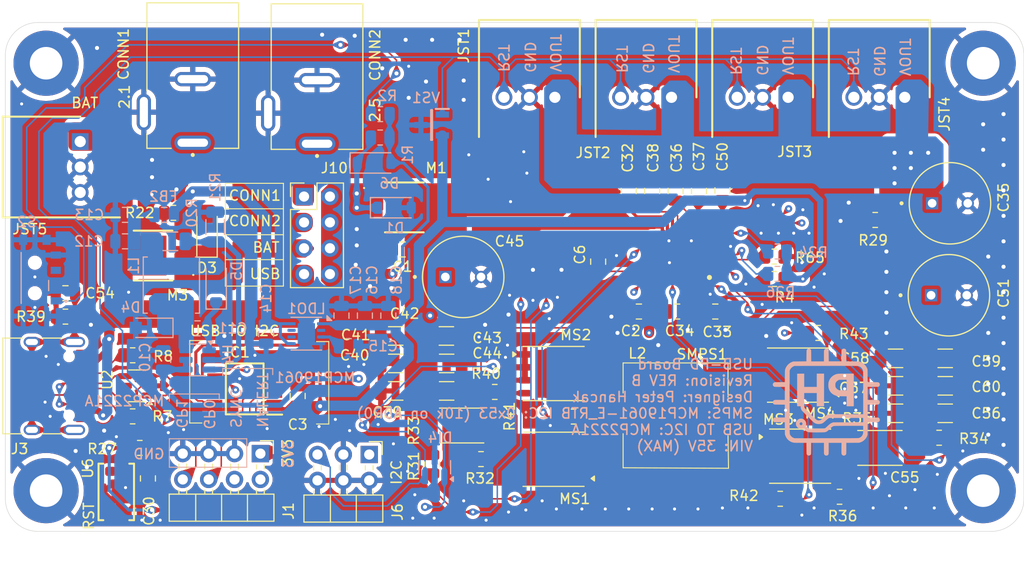
<source format=kicad_pcb>
(kicad_pcb (version 20240108) (generator "pcbnew") (generator_version "8.0")
  (title_block (title "USBPD_MCP19061_Board") (date "2025-11-23") (rev "A") (company "Peter Hancak"))
  (layers (0 "F.Cu" signal) (1 "In1.Cu" signal) (2 "In2.Cu" signal) (31 "B.Cu" signal) (34 "B.Paste" user) (35 "F.Paste" user) (36 "B.SilkS" user "B.Silkscreen") (37 "F.SilkS" user "F.Silkscreen") (38 "B.Mask" user) (39 "F.Mask" user) (44 "Edge.Cuts" user))
  (net 0 "")
  (net 1 "GND")
  (net 2 "+5V")
  (net 3 "/MCP19061/HB1")
  (net 4 "/MCP19061/HS1")
  (net 5 "+VIN_SMPS")
  (net 6 "Net-(LDO1-FB)")
  (net 7 "+3.3V")
  (net 8 "/USB/CC1")
  (net 9 "/Interfaces/RST_BTN")
  (net 10 "/USB/USB_D1+")
  (net 11 "/USB/CC2")
  (net 12 "/MCP19061/VOUT")
  (net 13 "/MCP19061/HS2")
  (net 14 "/MCP19061/HB2")
  (net 15 "/MCP19061/ADCREF")
  (net 16 "/MCP19061/DVDD")
  (net 17 "/MCP19061/AVDD")
  (net 18 "+VOUT_SMPS")
  (net 19 "Net-(J3-SHIELD)")
  (net 20 "/Power_IO/MOSFET_PWR")
  (net 21 "/Power_IO/PWR+_PP")
  (net 22 "/Interfaces/I2C1_SDA_HDR")
  (net 23 "/Interfaces/I2C1_SCL_HDR")
  (net 24 "/USB/USB_D2-")
  (net 25 "/USB/USB_D2+")
  (net 27 "/Power_IO/CONN2+")
  (net 28 "/Interfaces/I{slash}O_HDR2")
  (net 29 "/Power_IO/CONN1+")
  (net 32 "/USB/USB_D1-")
  (net 33 "/MCP19061/ENABLE")
  (net 34 "VBUS_PWR+")
  (net 35 "/Power_IO/PWR+")
  (net 39 "/MCP19061/GATE1")
  (net 40 "/SMPS_LDO/MCP16331_SW")
  (net 41 "/MCP19061/ISPIN")
  (net 42 "/MCP19061/ISNIN")
  (net 43 "/MCP19061/ISNOUT")
  (net 44 "/MCP19061/ISPOUT")
  (net 45 "/MCP19061/HG1")
  (net 46 "/MCP19061/LG1")
  (net 47 "/MCP19061/GATE2")
  (net 48 "/MCP19061/HG2")
  (net 49 "/MCP19061/GATE3")
  (net 50 "/MCP19061/GATE4")
  (net 51 "/MCP19061/LG2")
  (net 53 "/Interfaces/I{slash}O_HDR3")
  (net 55 "/MCP19061/ADR0")
  (net 56 "/MCP19061/D_MS2")
  (net 57 "/MCP19061/D_MS4")
  (net 58 "/MCP19061/D_MS1")
  (net 59 "/MCP19061/D_MS3")
  (net 60 "/Interfaces/I{slash}O_HDR0")
  (net 61 "/Interfaces/I{slash}O_HDR1")
  (net 62 "Net-(R2-Pad2)")
  (net 64 "/Power_IO/ONF_GATE")
  (net 65 "/Power_IO/+VIN_S")
  (net 66 "/USB/GP3")
  (net 67 "/USB/GP2")
  (net 68 "/SMPS_LDO/MCP16331_BOOST")
  (net 69 "/SMPS_LDO/MCP16331_V_{FB}")
  (net 70 "/SMPS_LDO/MCP16331_LOUT")
  (footprint "Personal_Project:SMPS_MCP19061_QFN50P500X500X100-33N-D" (layer "F.Cu") (at 166.25 92.55 180)
    (property "Reference" "SMPS1")
    (property "Value" "SMPS_MCP19061-E_RTB" (hide yes))
  )
  (footprint "Capacitor_SMD:C_0805_2012Metric" (layer "F.Cu") (at 161.2 86.55 90)
    (property "Reference" "C32")
    (property "Value" "1u_100V")
  )
  (footprint "Personal_Project:C_EEHAZKV221UB_CAPPRD350W60D800H950" (layer "F.Cu") (at 192.7375 87.7625)
    (property "Reference" "C35")
    (property "Value" "220u_35V")
  )
  (footprint "Capacitor_SMD:C_0805_2012Metric" (layer "F.Cu") (at 168.1 86.55 90)
    (property "Reference" "C37")
    (property "Value" "4u7")
  )
  (footprint "Personal_Project:JST_S3B-XH-SHDRRA3W64P0X250_1X3_990X1150X610P" (layer "F.Cu") (at 165.4 77.35)
    (property "Reference" "JST2")
    (property "Value" "JST_S3B-XH-2.54" (hide yes))
  )
  (footprint "Capacitor_SMD:C_1206_3216Metric" (layer "F.Cu") (at 187.4 103 180)
    (property "Reference" "C58")
    (property "Value" "10u_50V")
  )
  (footprint "Resistor_SMD:R_0805_2012Metric" (layer "F.Cu") (at 146.7 112.9 180)
    (property "Reference" "R32")
    (property "Value" "0R")
  )
  (footprint "Capacitor_SMD:C_0805_2012Metric" (layer "F.Cu") (at 163.5 86.55 90)
    (property "Reference" "C38")
    (property "Value" "4u7")
  )
  (footprint "Capacitor_SMD:C_1206_3216Metric" (layer "F.Cu") (at 143.3 100.8)
    (property "Reference" "C42")
    (property "Value" "10u_50V")
  )
  (footprint "Personal_Project:MOSFET_SI7155DPT1GE3" (layer "F.Cu") (at 114.6 92.9 180)
    (property "Reference" "M3")
    (property "Value" "MOSFET_SI7155DP-T1-GE3" (hide yes))
  )
  (footprint "Personal_Project:C_EEHAZKV221UB_CAPPRD350W60D800H950" (layer "F.Cu") (at 192.6375 96.8)
    (property "Reference" "C51")
    (property "Value" "220u_35V")
  )
  (footprint "Resistor_SMD:R_0805_2012Metric" (layer "F.Cu") (at 181.9 116.6)
    (property "Reference" "R36")
    (property "Value" "0R")
  )
  (footprint "Diode_SMD:D_SOD-123" (layer "F.Cu") (at 119.8 90.7 90)
    (property "Reference" "D3")
    (property "Value" "MMSZ5241BQ-7-F")
  )
  (footprint "Resistor_SMD:R_0805_2012Metric" (layer "F.Cu") (at 148.05 106.3 180)
    (property "Reference" "R41")
    (property "Value" "3R9")
  )
  (footprint "Capacitor_SMD:C_1206_3216Metric" (layer "F.Cu") (at 192.275 103)
    (property "Reference" "C59")
    (property "Value" "10u_50V")
  )
  (footprint "Personal_Project:JST_S3B-XH-SHDRRA3W64P0X250_1X3_990X1150X610P" (layer "F.Cu") (at 153.95 77.35)
    (property "Reference" "JST1")
    (property "Value" "JST_S3B-XH-2.54" (hide yes))
  )
  (footprint "Capacitor_SMD:C_0805_2012Metric" (layer "F.Cu") (at 165.8 86.55 90)
    (property "Reference" "C36")
    (property "Value" "4u7")
  )
  (footprint "Resistor_SMD:R_0805_2012Metric" (layer "F.Cu") (at 155.7875 108.72 180)
    (property "Reference" "R40")
    (property "Value" "3R9")
  )
  (footprint "Capacitor_SMD:C_1206_3216Metric" (layer "F.Cu") (at 192.275 108.4)
    (property "Reference" "C56")
    (property "Value" "10u_50V")
  )
  (footprint "Personal_Project:SOP65P640X120-14N" (layer "F.Cu") (at 123.5 106 180)
    (property "Reference" "IC1")
    (property "Value" "USB_MCP2221A-I_ST" (hide yes))
  )
  (footprint "Resistor_SMD:R_0805_2012Metric" (layer "F.Cu") (at 175.5 93)
    (property "Reference" "R65")
    (property "Value" "10k")
  )
  (footprint "Capacitor_SMD:C_0805_2012Metric" (layer "F.Cu") (at 128.7 106.7 90)
    (property "Reference" "C3")
    (property "Value" "100n")
  )
  (footprint "Resistor_SMD:R_0805_2012Metric" (layer "F.Cu") (at 112.5 108.7)
    (property "Reference" "R7")
    (property "Value" "5k1")
  )
  (footprint "Personal_Project:L_PA4342472NLT" (layer "F.Cu") (at 165.8 108.6)
    (property "Reference" "L2")
    (property "Value" "4u7_PA4342.472NLT" (hide yes))
  )
  (footprint "Capacitor_SMD:C_1206_3216Metric" (layer "F.Cu") (at 187.4 108.4 180)
    (property "Reference" "C55")
    (property "Value" "10u_50V")
  )
  (footprint "Resistor_SMD:R_0805_2012Metric" (layer "F.Cu") (at 185.4 89.4)
    (property "Reference" "R29")
    (property "Value" "100R")
  )
  (footprint "Connector_PinHeader_2.54mm:PinHeader_2x04_P2.54mm_Vertical" (layer "F.Cu") (at 129.325 87.1)
    (property "Reference" "J10")
    (property "Value" "Power_IO_JMP")
  )
  (footprint "Personal_Project:JST_S3B-XH-SHDRRA3W64P0X250_1X3_990X1150X610P" (layer "F.Cu") (at 107.35 81.7 90)
    (property "Reference" "JST5")
    (property "Value" "Battery_PCK_IN" (hide yes))
  )
  (footprint "MountingHole:MountingHole_3.2mm_M3_Pad" (layer "F.Cu") (at 196 74)
    (property "Reference" "H3" (hide yes))
    (property "Value" "MountingHole_Pad")
  )
  (footprint "Resistor_SMD:R_0805_2012Metric" (layer "F.Cu") (at 113.2 111.8 180)
    (property "Reference" "R27")
    (property "Value" "10k")
  )
  (footprint "MountingHole:MountingHole_3.2mm_M3_Pad" (layer "F.Cu") (at 104 74)
    (property "Reference" "H1" (hide yes))
    (property "Value" "MountingHole_Pad")
  )
  (footprint "Capacitor_SMD:C_1206_3216Metric" (layer "F.Cu") (at 192.275 105.7)
    (property "Reference" "C60")
    (property "Value" "10u_50V")
  )
  (footprint "Personal_Project:MOSFET_SI7155DPT1GE3" (layer "F.Cu") (at 139.07 88.165)
    (property "Reference" "M1")
    (property "Value" "MOSFET_SI7155DP-T1-GE3" (hide yes))
  )
  (footprint "Resistor_SMD:R_0805_2012Metric" (layer "F.Cu") (at 105.9 98.9 180)
    (property "Reference" "R39")
    (property "Value" "330R_1%")
  )
  (footprint "Capacitor_SMD:C_0805_2012Metric" (layer "F.Cu") (at 139 92.3 180)
    (property "Reference" "C1")
    (property "Value" "100n")
  )
  (footprint "Personal_Project:JST_S3B-XH-SHDRRA3W64P0X250_1X3_990X1150X610P" (layer "F.Cu") (at 176.85 77.35)
    (property "Reference" "JST3")
    (property "Value" "JST_S3B-XH-2.54" (hide yes))
  )
  (footprint "Package_SON:Infineon_PG-TDSON-8_6.15x5.15mm" (layer "F.Cu") (at 153.825 112.895 180)
    (property "Reference" "MS1")
    (property "Value" "MOSFET_ISC0703NLSATMA1")
  )
  (footprint "Package_TO_SOT_SMD:SOT-23-6" (layer "F.Cu") (at 112.9 105.7 180)
    (property "Reference" "U2")
    (property "Value" "USBLC6-2SC6")
  )
  (footprint "Capacitor_SMD:C_0805_2012Metric" (layer "F.Cu") (at 114 114.8 90)
    (property "Reference" "C30")
    (property "Value" "1uF")
  )
  (footprint "Capacitor_SMD:C_1206_3216Metric" (layer "F.Cu") (at 138.325 106.2 180)
    (property "Reference" "C39")
    (property "Value" "10u_50V")
  )
  (footprint "Capacitor_SMD:C_1206_3216Metric" (layer "F.Cu") (at 143.325 106.2)
    (property "Reference" "C44")
    (property "Value" "10u_50V")
  )
  (footprint "Connector_PinHeader_2.54mm:PinHeader_2x04_P2.54mm_Horizontal" (layer "F.Cu") (at 125.04 112.36 -90)
    (property "Reference" "J1")
    (property "Value" "I/O_HDR")
  )
  (footprint "Personal_Project:Button_KMR231GLFS" (layer "F.Cu") (at 112.4 118.65 90)
    (property "Reference" "U6")
    (property "Value" "~")
  )
  (footprint "Capacitor_SMD:C_1206_3216Metric" (layer "F.Cu") (at 138.325 103.5 180)
    (property "Reference" "C40")
    (property "Value" "10u_50V")
  )
  (footprint "Personal_Project:JST_S3B-XH-SHDRRA3W64P0X250_1X3_990X1150X610P" (layer "F.Cu") (at 188.3 77.35)
    (property "Reference" "JST4")
    (property "Value" "JST_S3B-XH-2.54" (hide yes))
  )
  (footprint "Capacitor_SMD:C_0805_2012Metric" (layer "F.Cu") (at 105.9 96.6 180)
    (property "Reference" "C54")
    (property "Value" "100n_50V")
  )
  (footprint "Resistor_SMD:R_2512_6332Metric" (layer "F.Cu") (at 185.8625 111.8)
    (property "Reference" "R35")
    (property "Value" "5m_1%_CRE2512-FZ-R005E-2")
  )
  (footprint "Package_SON:Infineon_PG-TDSON-8_6.15x5.15mm" (layer "F.Cu") (at 177.825 104.625 180)
    (property "Reference" "MS4")
    (property "Value" "MOSFET_ISC0703NLSATMA1")
  )
  (footprint "Capacitor_SMD:C_0805_2012Metric" (layer "F.Cu") (at 165.95 98.4 180)
    (property "Reference" "C34")
    (property "Value" "470n")
  )
  (footprint "Capacitor_SMD:C_1206_3216Metric" (layer "F.Cu") (at 143.325 103.5)
    (property "Reference" "C43")
    (property "Value" "10u_50V")
  )
  (footprint "Resistor_SMD:R_0805_2012Metric" (layer "F.Cu") (at 116.5 88.7)
    (property "Reference" "R22")
    (property "Value" "100k")
  )
  (footprint "MountingHole:MountingHole_3.2mm_M3_Pad" (layer "F.Cu") (at 104 116)
    (property "Reference" "H2" (hide yes))
    (property "Value" "MountingHole_Pad")
  )
  (footprint "Resistor_SMD:R_0805_2012Metric" (layer "F.Cu") (at 141.9 113.4 -90)
    (property "Reference" "R31")
    (property "Value" "0R")
  )
  (footprint "Resistor_SMD:R_0805_2012Metric" (layer "F.Cu") (at 112.5 102.7)
    (property "Reference" "R8")
    (property "Value" "5k1")
  )
  (footprint "Capacitor_SMD:C_0805_2012Metric" (layer "F.Cu") (at 169.7 98.4)
    (property "Reference" "C33")
    (property "Value" "1n_50V")
  )
  (footprint "Resistor_SMD:R_0805_2012Metric" (layer "F.Cu") (at 179.8 100.5 180)
    (property "Reference" "R43")
    (property "Value" "3R9")
  )
  (footprint "Capacitor_SMD:C_0805_2012Metric" (layer "F.Cu") (at 170.4 86.5 90)
    (property "Reference" "C50")
    (property "Value" "1u_10V")
  )
  (footprint "Personal_Project:C_EEHAZKV221UB_CAPPRD350W60D800H950" (layer "F.Cu") (at 144.95 95)
    (property "Reference" "C45")
    (property "Value" "220u_35V")
  )
  (footprint "MountingHole:MountingHole_3.2mm_M3_Pad" (layer "F.Cu") (at 196 116)
    (property "Reference" "H4" (hide yes))
    (property "Value" "MountingHole_Pad")
  )
  (footprint "Personal_Project:CONN_54-00166" (layer "F.Cu") (at 118.4 75.5625 180)
    (property "Reference" "CONN1")
    (property "Value" "CONN_54-00166")
  )
  (footprint "Capacitor_SMD:C_1206_3216Metric" (layer "F.Cu") (at 187.4 105.7 180)
    (property "Reference" "C57")
    (property "Value" "10u_50V")
  )
  (footprint "Resistor_SMD:R_2512_6332Metric" (layer "F.Cu") (at 144.8 109.6)
    (property "Reference" "R33")
    (property "Value" "5m_1%_CRE2512-FZ-R005E-2")
  )
  (footprint "Capacitor_SMD:C_0805_2012Metric" (layer "F.Cu") (at 162.2 98.4 180)
    (property "Reference" "C2")
    (property "Value" "4u7")
  )
  (footprint "Capacitor_SMD:C_1206_3216Metric" (layer "F.Cu") (at 138.325 100.8 180)
    (property "Reference" "C41")
    (property "Value" "10u_50V")
  )
  (footprint "Personal_Project:CONN_54-00167" (layer "F.Cu") (at 130.6 75.6625 180)
    (property "Reference" "CONN2")
    (property "Value" "CONN_54-00167")
  )
  (footprint "Package_SON:Infineon_PG-TDSON-8_6.15x5.15mm" (layer "F.Cu") (at 178.025 112.635)
    (property "Reference" "MS3")
    (property "Value" "MOSFET_ISC0703NLSATMA1")
  )
  (footprint "Connector_USB:USB_C_Receptacle_HRO_TYPE-C-31-M-12" (layer "F.Cu") (at 103.65 105.71 -90)
    (property "Reference" "J3")
    (property "Value" "USB_C_Receptacle_USB2.0_16P")
  )
  (footprint "Connector_PinHeader_2.54mm:PinHeader_2x03_P2.54mm_Horizontal" (layer "F.Cu") (at 135.725 112.45 -90)
    (property "Reference" "J6")
    (property "Value" "I2C1_Headers")
  )
  (footprint "Package_SON:Infineon_PG-TDSON-8_6.15x5.15mm" (layer "F.Cu") (at 153.825 104.515)
    (property "Reference" "MS2")
    (property "Value" "MOSFET_ISC0703NLSATMA1")
  )
  (footprint "Resistor_SMD:R_0805_2012Metric" (layer "F.Cu") (at 175.5 95.2 180)
    (property "Reference" "R4")
    (property "Value" "4k7")
  )
  (footprint "Resistor_SMD:R_0805_2012Metric" (layer "F.Cu") (at 176.075 116.8)
    (property "Reference" "R42")
    (property "Value" "3R9")
  )
  (footprint "Resistor_SMD:R_0805_2012Metric" (layer "F.Cu") (at 191.675 110.8)
    (property "Reference" "R34")
    (property "Value" "0R")
  )
  (footprint "Capacitor_SMD:C_0805_2012Metric" (layer "F.Cu") (at 158.2 93.5 -90)
    (property "Reference" "C6")
    (property "Value" "470n")
  )
  (footprint "Resistor_SMD:R_0805_2012Metric" (layer "B.Cu") (at 136.8 81.3 180)
    (property "Reference" "R1")
    (property "Value" "10K")
  )
  (footprint "Capacitor_SMD:C_0805_2012Metric" (layer "B.Cu") (at 115.5 103.15 90)
    (property "Reference" "C10")
    (property "Value" "2u2 100V")
  )
  (footprint "Capacitor_SMD:C_0805_2012Metric" (layer "B.Cu") (at 133.7 101.8)
    (property "Reference" "C15")
    (property "Value" "10n")
  )
  (footprint "Resistor_SMD:R_1206_3216Metric" (layer "B.Cu") (at 116.2 91.5)
    (property "Reference" "R20")
    (property "Value" "52k3")
  )
  (footprint "Diode_SMD:D_SOD-123" (layer "B.Cu") (at 136.2 83.8)
    (property "Reference" "D6")
    (property "Value" "MMSZ5241BQ-7-F")
  )
  (footprint "Capacitor_SMD:C_0805_2012Metric" (layer "B.Cu") (at 125.6 100.6 -90)
    (property "Reference" "C14")
    (property "Value" "1u")
  )
  (footprint "Resistor_SMD:R_1206_3216Metric" (layer "B.Cu") (at 120.6 90.1 90)
    (property "Reference" "R21")
    (property "Value" "100k")
  )
  (footprint "Personal_Project:Switch_WS-SLSU SMT Mini Slide" (layer "B.Cu") (at 102.9 95.1 -90)
    (property "Reference" "S2")
    (property "Value" "Switch_WS-SLSU SMT Mini Slide" (hide yes))
  )
  (footprint "Capacitor_SMD:C_0805_2012Metric" (layer "B.Cu") (at 111.75 91.5 180)
    (property "Reference" "C12")
    (property "Value" "10u 16V")
  )
  (footprint "Capacitor_SMD:C_0805_2012Metric" (layer "B.Cu") (at 111.75 88.9 180)
    (property "Reference" "C13")
    (property "Value" "10u 16V")
  )
  (footprint "Capacitor_SMD:C_0805_2012Metric" (layer "B.Cu") (at 135.3 98.8 90)
    (property "Reference" "C16")
    (property "Value" "2u2")
  )
  (footprint "Diode_SMD:D_SOD-123" (layer "B.Cu") (at 120.7 95.8 90)
    (property "Reference" "D5")
    (property "Value" "1N4448W")
  )
  (footprint "Capacitor_SMD:C_0805_2012Metric" (layer "B.Cu") (at 137.6 98.8 90)
    (property "Reference" "C18")
    (property "Value" "4u7")
  )
  (footprint "Capacitor_SMD:C_0805_2012Metric" (layer "B.Cu") (at 115.6 88.9)
    (property "Reference" "FB2")
    (property "Value" "BLM21AG221SN1D 220 Ohms @ 100 MHz")
  )
  (footprint "Package_TO_SOT_SMD:SOT-23" (layer "B.Cu") (at 142.15 113.7 90)
    (property "Reference" "DI4")
    (property "Value" "Diode_PESD5V0U2BT-Q")
  )
  (footprint "Resistor_SMD:R_0805_2012Metric" (layer "B.Cu") (at 175.8 92.5 180)
    (property "Reference" "R24")
    (property "Value" "10k")
  )
  (footprint "Resistor_SMD:R_0805_2012Metric" (layer "B.Cu") (at 175.8 94.7 180)
    (property "Reference" "R26")
    (property "Value" "10k")
  )
  (footprint "Diode_SMD:D_SOD-123" (layer "B.Cu") (at 138.2 88.2)
    (property "Reference" "D1")
    (property "Value" "SMA6S25AH")
  )
  (footprint "Personal_Project:PCB_Logo" (layer "B.Cu") (at 180.6 107.3 180)
    (property "Reference" "G***" (hide yes))
    (property "Value" "LOGO" (hide yes))
  )
  (footprint "Capacitor_SMD:C_0805_2012Metric" (layer "B.Cu") (at 118.8625 100.05 180)
    (property "Reference" "C11")
    (property "Value" "100n")
  )
  (footprint "Diode_SMD:Nexperia_CFP3_SOD-123W" (layer "B.Cu") (at 114.2 100 180)
    (property "Reference" "D4")
    (property "Value" "PMEG6010ER")
  )
  (footprint "Inductor_SMD:L_Changjiang_FNR5020S" (layer "B.Cu") (at 116.3 95.8 90)
    (property "Reference" "L1")
    (property "Value" "22u TYS5020220M-10")
  )
  (footprint "Package_DFN_QFN:DFN-8-1EP_3x3mm_P0.65mm_EP1.7x2.05mm" (layer "B.Cu") (at 129.55 100.575 180)
    (property "Reference" "LDO1")
    (property "Value" "LDO_LDLN050PU33R")
  )
  (footprint "Capacitor_SMD:C_0805_2012Metric" (layer "B.Cu") (at 133 98.8 90)
    (property "Reference" "C17")
    (property "Value" "100n 16V")
  )
  (footprint "Package_TO_SOT_SMD:SOT-23-6" (layer "B.Cu") (at 118.8625 103.15 180)
    (property "Reference" "U4")
    (property "Value" "MCP16331T-E/CH")
  )
  (footprint "Resistor_SMD:R_0805_2012Metric" (layer "B.Cu") (at 136.8125 79 180)
    (property "Reference" "R2")
    (property "Value" "10K")
  )
  (footprint "Personal_Project:SOT-23-3_SOT103P237X112-3N" (layer "B.Cu") (at 141.85 80.07 180)
    (property "Reference" "VS1")
    (property "Value" "VS_STM1818TWX7F" (hide yes))
  )
  (gr_line (start 126.25 104) (end 126.25 104.6) (stroke (width 0.1)) (layer "B.SilkS"))
  (gr_line (start 116.1 106.5) (end 121 106.5) (stroke (width 0.1)) (layer "B.SilkS"))
  (gr_line (start 123.7 110.9) (end 116.1 110.9) (stroke (width 0.1)) (layer "B.SilkS"))
  (gr_line (start 116.1 110.9) (end 116.1 113.7) (stroke (width 0.1)) (layer "B.SilkS"))
  (gr_line (start 123.7 113.7) (end 123.7 110.9) (stroke (width 0.1)) (layer "B.SilkS"))
  (gr_line (start 121.35 104) (end 126.25 104) (stroke (width 0.1)) (layer "B.SilkS"))
  (gr_line (start 121 106.5) (end 121 107.1) (stroke (width 0.1)) (layer "B.SilkS"))
  (gr_line (start 121.35 104) (end 121.35 104.7) (stroke (width 0.1)) (layer "B.SilkS"))
  (gr_line (start 116.1 113.7) (end 123.7 113.7) (stroke (width 0.1)) (layer "B.SilkS"))
  (gr_line (start 116.1 106.5) (end 116.1 107.2) (stroke (width 0.1)) (layer "B.SilkS"))
  (gr_line (start 131.75 109.45) (end 130.55 109.45) (stroke (width 0.1)) (layer "F.SilkS"))
  (gr_line (start 131.75 109.45) (end 131.75 101.35) (stroke (width 0.1)) (layer "F.SilkS"))
  (gr_line (start 127.3 90.85) (end 121.6 90.85) (stroke (width 0.1)) (layer "F.SilkS"))
  (gr_line (start 127.3 95.9) (end 127.3 85.8) (stroke (width 0.1)) (layer "F.SilkS"))
  (gr_line (start 131.75 101.35) (end 130.55 101.35) (stroke (width 0.1)) (layer "F.SilkS"))
  (gr_line (start 118.1 109.35) (end 119.3 109.35) (stroke (width 0.1)) (layer "F.SilkS"))
  (gr_line (start 118.1 101.25) (end 118.1 109.35) (stroke (width 0.1)) (layer "F.SilkS"))
  (gr_line (start 121.6 95.9) (end 127.3 95.9) (stroke (width 0.1)) (layer "F.SilkS"))
  (gr_line (start 118.1 101.25) (end 119.3 101.25) (stroke (width 0.1)) (layer "F.SilkS"))
  (gr_line (start 127.3 93.3) (end 121.6 93.3) (stroke (width 0.1)) (layer "F.SilkS"))
  (gr_line (start 127.3 88.3) (end 121.6 88.3) (stroke (width 0.1)) (layer "F.SilkS"))
  (gr_line (start 121.6 85.8) (end 121.6 95.9) (stroke (width 0.1)) (layer "F.SilkS"))
  (gr_line (start 127.3 85.8) (end 121.6 85.8) (stroke (width 0.1)) (layer "F.SilkS"))
  (gr_line (start 200 73.2) (end 200 116.8) (stroke (width 0.05)) (layer "Edge.Cuts"))
  (gr_line (start 100 73.2) (end 100 116.8) (stroke (width 0.05)) (layer "Edge.Cuts"))
  (gr_line (start 196.8 70) (end 103.2 70) (stroke (width 0.05)) (layer "Edge.Cuts"))
  (gr_arc (start 196.8 70) (mid 199.062712 70.937288) (end 200 73.2) (stroke (width 0.05)) (layer "Edge.Cuts"))
  (gr_arc (start 200 116.8) (mid 199.062742 119.062742) (end 196.8 120) (stroke (width 0.05)) (layer "Edge.Cuts"))
  (gr_arc (start 100 73.2) (mid 100.937258 70.937258) (end 103.2 70) (stroke (width 0.05)) (layer "Edge.Cuts"))
  (gr_arc (start 103.2 120) (mid 100.937258 119.062742) (end 100 116.8) (stroke (width 0.05)) (layer "Edge.Cuts"))
  (gr_line (start 103.2 120) (end 196.8 120) (stroke (width 0.05)) (layer "Edge.Cuts"))
  (gr_text "MCP19061" (at 130.4 104.9 -0) (layer "B.SilkS") (effects (font (size 1 1)) (justify mirror)))
  (gr_text "GP1" (at 117.3 108.4 -90) (layer "B.SilkS") (effects (font (size 1 1)) (justify mirror)))
  (gr_text "RST" (at 148.9 73.5 -90) (layer "B.SilkS") (effects (font (size 1 1) (thickness 0.153)) (justify mirror)))
  (gr_text "GND" (at 151.5 73.4 -90) (layer "B.SilkS") (effects (font (size 1 1) (thickness 0.153)) (justify mirror)))
  (gr_text "RST" (at 160.5 73.6 -90) (layer "B.SilkS") (effects (font (size 1 1) (thickness 0.153)) (justify mirror)))
  (gr_text "MCP2221A" (at 111.7 107.2 -0) (layer "B.SilkS") (effects (font (size 1 1)) (justify mirror)))
  (gr_text "GND" (at 174.3 73.7 -90) (layer "B.SilkS") (effects (font (size 1 1) (thickness 0.153)) (justify mirror)))
  (gr_text "GND" (at 163.1 73.5 -90) (layer "B.SilkS") (effects (font (size 1 1) (thickness 0.153)) (justify mirror)))
  (gr_text "VOUT" (at 154 73 -90) (layer "B.SilkS") (effects (font (size 1 1) (thickness 0.153)) (justify mirror)))
  (gr_text "VOUT" (at 188.3 73.4 -90) (layer "B.SilkS") (effects (font (size 1 1) (thickness 0.153)) (justify mirror)))
  (gr_text "USB-PD Board\nRevision: REV B\nDesigner: Peter Hancak\nSMPS: MCP19061-E_RTB I2C: 0x53 (10k on ADR0)\nUSB TO I2C: MCP2221A\nVIN: 35V (MAX)" (at 173.5 107.6 0) (layer "B.SilkS") (effects (font (size 1 1) (thickness 0.153)) (justify left mirror)))
  (gr_text "3V3" (at 127.8 112.4 90) (layer "B.SilkS") (effects (font (size 1 1) (thickness 0.153)) (justify mirror)))
  (gr_text "GND" (at 114.1 112.4 0) (layer "B.SilkS") (effects (font (size 1 1) (thickness 0.153)) (justify mirror)))
  (gr_text "RST" (at 183.2 73.9 -90) (layer "B.SilkS") (effects (font (size 1 1) (thickness 0.153)) (justify mirror)))
  (gr_text "NALERT" (at 125.2 107.1 -90) (layer "B.SilkS") (effects (font (size 1 1)) (justify mirror)))
  (gr_text "GP0" (at 120 108.5 -90) (layer "B.SilkS") (effects (font (size 1 1)) (justify mirror)))
  (gr_text "RST" (at 171.7 73.8 -90) (layer "B.SilkS") (effects (font (size 1 1) (thickness 0.153)) (justify mirror)))
  (gr_text "VOUT" (at 165.6 73.1 -90) (layer "B.SilkS") (effects (font (size 1 1) (thickness 0.153)) (justify mirror)))
  (gr_text "SYNC" (at 122.6 107.9 -90) (layer "B.SilkS") (effects (font (size 1 1)) (justify mirror)))
  (gr_text "GND" (at 185.8 73.8 -90) (layer "B.SilkS") (effects (font (size 1 1) (thickness 0.153)) (justify mirror)))
  (gr_text "VOUT" (at 176.8 73.3 -90) (layer "B.SilkS") (effects (font (size 1 1) (thickness 0.153)) (justify mirror)))
  (gr_text "CONN2" (at 124.5 89.5 0) (layer "F.SilkS") (effects (font (size 1 1))))
  (gr_text "2.1" (at 111.7 77.3 90) (layer "F.SilkS") (effects (font (size 1 1) (thickness 0.153))))
  (gr_text "BAT" (at 125.6 92.1 0) (layer "F.SilkS") (effects (font (size 1 1))))
  (gr_text "I2C" (at 138.4 114.2 90) (layer "F.SilkS") (effects (font (size 1 1))))
  (gr_text "USB TO I2C" (at 122.5 100.3 0) (layer "F.SilkS") (effects (font (size 1 1) (thickness 0.153))))
  (gr_text "BAT" (at 107.8 77.9 0) (layer "F.SilkS") (effects (font (size 1 1))))
  (gr_text "2.5" (at 136.3 78.6 90) (layer "F.SilkS") (effects (font (size 1 1) (thickness 0.153))))
  (gr_text "3V3" (at 127.7 112.3 90) (layer "F.SilkS") (effects (font (size 1 1) (thickness 0.153))))
  (gr_text "USB" (at 125.5 94.7 0) (layer "F.SilkS") (effects (font (size 1 1))))
  (gr_text "CONN1" (at 124.5 87 0) (layer "F.SilkS") (effects (font (size 1 1))))
  (gr_text "RST" (at 108.2 118.5 90) (layer "F.SilkS") (effects (font (size 1 1) (thickness 0.153))))
  (segment (start 164.5 90.1) (end 164.5 90.375) (width 0.3) (layer "F.Cu") (net 1))
  (segment (start 109.2 110.1) (end 108.06 108.96) (width 0.3) (layer "F.Cu") (net 1))
  (segment (start 112.9 105.224999) (end 112.9 103.2125) (width 0.15) (layer "F.Cu") (net 1))
  (segment (start 136.85 106.2) (end 136.85 103.5) (width 0.6) (layer "F.Cu") (net 1))
  (segment (start 164.5 90.375) (end 166.25 92.125) (width 0.3) (layer "F.Cu") (net 1))
  (segment (start 113.375001 105.7) (end 112.9 106.175001) (width 0.15) (layer "F.Cu") (net 1))
  (segment (start 151 103.88) (end 151 102.61) (width 0.6) (layer "F.Cu") (net 1))
  (segment (start 135.3 103.5) (end 135.2 103.6) (width 0.6) (layer "F.Cu") (net 1))
  (segment (start 108.7 100) (end 108.4 99.7) (width 0.3) (layer "F.Cu") (net 1))
  (segment (start 165 91.3) (end 165.15 91.45) (width 0.3) (layer "F.Cu") (net 1))
  (segment (start 151 102.61) (end 150.21 102.61) (width 0.6) (layer "F.Cu") (net 1))
  (segment (start 108.7 101.455) (end 108.7 100) (width 0.3) (layer "F.Cu") (net 1))
  (segment (start 150.21 102.61) (end 149.3 101.7) (width 0.6) (layer "F.Cu") (net 1))
  (segment (start 117.42 112.36) (end 117.42 110.08) (width 0.5) (layer "F.Cu") (net 1))
  (segment (start 118.05 107.95) (end 120.562 107.95) (width 0.3) (layer "F.Cu") (net 1))
  (segment (start 113.375001 105.7) (end 112.9 105.224999) (width 0.15) (layer "F.Cu") (net 1))
  (segment (start 167 95) (end 167 95.575) (width 0.15) (layer "F.Cu") (net 1))
  (segment (start 167.3 91.5) (end 166.25 92.55) (width 0.3) (layer "F.Cu") (net 1))
  (segment (start 166.5 90.1) (end 166.5 92.3) (width 0.3) (layer "F.Cu") (net 1))
  (segment (start 163.8 93.8) (end 165 93.8) (width 0.3) (layer "F.Cu") (net 1))
  (segment (start 167 93.3) (end 166.25 92.55) (width 0.3) (layer "F.Cu") (net 1))
  (segment (start 151 105.15) (end 151 103.88) (width 0.6) (layer "F.Cu") (net 1))
  (segment (start 115.86 112.36) (end 115.7 112.2) (width 0.5) (layer "F.Cu") (net 1))
  (segment (start 169.4 96.7) (end 170.65 97.95) (width 0.2) (layer "F.Cu") (net 1))
  (segment (start 108.06 108.96) (end 107.695 108.96) (width 0.3) (layer "F.Cu") (net 1))
  (segment (start 112.9 108.1875) (end 113.4125 108.7) (width 0.15) (layer "F.Cu") (net 1))
  (segment (start 167 95.575) (end 168.125 96.7) (width 0.15) (layer "F.Cu") (net 1))
  (segment (start 117.42 110.08) (end 117.5 110) (width 0.5) (layer "F.Cu") (net 1))
  (segment (start 109.7 110.1) (end 109.2 110.1) (width 0.3) (layer "F.Cu") (net 1))
  (segment (start 107.695 102.46) (end 108.7 101.455) (width 0.3) (layer "F.Cu") (net 1))
  (segment (start 165.15 91.45) (end 166.25 92.55) (width 0.3) (layer "F.Cu") (net 1))
  (segment (start 114.0375 105.7) (end 113.375001 105.7) (width 0.15) (layer "F.Cu") (net 1))
  (segment (start 104.9875 98.9) (end 103.8 98.9) (width 0.3) (layer "F.Cu") (net 1))
  (segment (start 117.42 112.36) (end 115.86 112.36) (width 0.5) (layer "F.Cu") (net 1))
  (segment (start 125.04 110.56) (end 125.7 109.9) (width 0.5) (layer "F.Cu") (net 1))
  (segment (start 169.2 96.7) (end 169.4 96.7) (width 0.2) (layer "F.Cu") (net 1))
  (segment (start 112.9 106.175001) (end 112.9 108.1875) (width 0.15) (layer "F.Cu") (net 1))
  (segment (start 167.5 90.1) (end 167.5 91.3) (width 0.3) (layer "F.Cu") (net 1))
  (segment (start 165 90.1) (end 165 91.3) (width 0.3) (layer "F.Cu") (net 1))
  (segment (start 136.85 103.5) (end 135.3 103.5) (width 0.6) (layer "F.Cu") (net 1))
  (segment (start 167.35 91.45) (end 167.3 91.5) (width 0.3) (layer "F.Cu") (net 1))
  (segment (start 103.35 95) (end 102.9 95) (width 1) (layer "F.Cu") (net 1))
  (segment (start 170.65 97.95) (end 170.65 98.4) (width 0.2) (layer "F.Cu") (net 1))
  (segment (start 167.5 91.3) (end 167.35 91.45) (width 0.3) (layer "F.Cu") (net 1))
  (segment (start 117.7 107.6) (end 118.05 107.95) (width 0.3) (layer "F.Cu") (net 1))
  (segment (start 165 93.8) (end 165.2 93.6) (width 0.3) (layer "F.Cu") (net 1))
  (segment (start 165.2 93.6) (end 166.25 92.55) (width 0.3) (layer "F.Cu") (net 1))
  (segment (start 166.5 92.3) (end 166.25 92.55) (width 0.3) (layer "F.Cu") (net 1))
  (segment (start 112.9 103.2125) (end 113.4125 102.7) (width 0.15) (layer "F.Cu") (net 1))
  (segment (start 104.95 96.6) (end 103.35 95) (width 1) (layer "F.Cu") (net 1))
  (segment (start 166.25 92.125) (end 166.25 92.55) (width 0.3) (layer "F.Cu") (net 1))
  (segment (start 151 103.88) (end 150.08 103.88) (width 0.6) (layer "F.Cu") (net 1))
  (segment (start 150.08 103.88) (end 149.1 102.9) (width 0.6) (layer "F.Cu") (net 1))
  (segment (start 116.6 107.6) (end 117.7 107.6) (width 0.3) (layer "F.Cu") (net 1))
  (segment (start 167 95) (end 167 93.3) (width 0.3) (layer "F.Cu") (net 1))
  (segment (start 136.85 103.5) (end 136.85 100.8) (width 0.6) (layer "F.Cu") (net 1))
  (segment (start 168.125 96.7) (end 169.2 96.7) (width 0.15) (layer "F.Cu") (net 1))
  (segment (start 103.8 98.9) (end 102.9 98) (width 0.3) (layer "F.Cu") (net 1))
  (via (at 153.4 99.1) (size 0.7) (drill 0.3) (layers "F.Cu" "B.Cu") (net 1))
  (via (at 105.2 103.6) (size 0.7) (drill 0.3) (layers "F.Cu" "B.Cu") (net 1))
  (via (at 178.3 88.4) (size 0.7) (drill 0.3) (layers "F.Cu" "B.Cu") (net 1))
  (via (at 161.2 117.8) (size 0.7) (drill 0.3) (layers "F.Cu" "B.Cu") (net 1))
  (via (at 176.6 108.1) (size 0.7) (drill 0.3) (layers "F.Cu" "B.Cu") (net 1))
  (via (at 182.4 107.4) (size 0.7) (drill 0.3) (layers "F.Cu" "B.Cu") (net 1))
  (via (at 164.1 101.7) (size 0.8) (drill 0.4) (layers "F.Cu" "B.Cu") (net 1))
  (via (at 198 79) (size 0.8) (drill 0.4) (layers "F.Cu" "B.Cu") (net 1))
  (via (at 189.3 115.9) (size 0.7) (drill 0.3) (layers "F.Cu" "B.Cu") (net 1))
  (via (at 186.5 100.5) (size 0.8) (drill 0.4) (layers "F.Cu" "B.Cu") (net 1))
  (via (at 103.9 107.3) (size 0.7) (drill 0.3) (layers "F.Cu" "B.Cu") (net 1))
  (via (at 186.5 96.5) (size 0.8) (drill 0.4) (layers "F.Cu" "B.Cu") (net 1))
  (via (at 114.4 86.9) (size 0.7) (drill 0.3) (layers "F.Cu" "B.Cu") (net 1))
  (via (at 149.4 118.1) (size 0.7) (drill 0.3) (layers "F.Cu" "B.Cu") (net 1))
  (via (at 161.7 100.1) (size 0.7) (drill 0.3) (layers "F.Cu" "B.Cu") (net 1))
  (via (at 116 110.3) (size 0.7) (drill 0.3) (layers "F.Cu" "B.Cu") (net 1))
  (via (at 116.8 86.4) (size 0.8) (drill 0.4) (layers "F.Cu" "B.Cu") (net 1))
  (via (at 144.6 71.7) (size 0.8) (drill 0.4) (layers "F.Cu" "B.Cu") (net 1))
  (via (at 147.2 118.9) (size 0.7) (drill 0.3) (layers "F.Cu" "B.Cu") (net 1))
  (via (at 198 109) (size 0.8) (drill 0.4) (layers "F.Cu" "B.Cu") (net 1))
  (via (at 132.4 109) (size 0.7) (drill 0.3) (layers "F.Cu" "B.Cu") (net 1))
  (via (at 178.9 90.7) (size 0.7) (drill 0.3) (layers "F.Cu" "B.Cu") (net 1))
  (via (at 133.7 103.8) (size 0.7) (drill 0.3) (layers "F.Cu" "B.Cu") (net 1))
  (via (at 101.6 78) (size 0.7) (drill 0.3) (layers "F.Cu" "B.Cu") (net 1))
  (via (at 135.8 95.9) (size 0.8) (drill 0.4) (layers "F.Cu" "B.Cu") (net 1))
  (via (at 172.7 95.7) (size 0.7) (drill 0.3) (layers "F.Cu" "B.Cu") (net 1))
  (via (at 198 84) (size 0.8) (drill 0.4) (layers "F.Cu" "B.Cu") (net 1))
  (via (at 186.8 116.5) (size 0.7) (drill 0.3) (layers "F.Cu" "B.Cu") (net 1))
  (via (at 104.4 108.7) (size 0.7) (drill 0.3) (layers "F.Cu" "B.Cu") (net 1))
  (via (at 110.9 110.7) (size 0.7) (drill 0.3) (layers "F.Cu" "B.Cu") (net 1))
  (via (at 134.4 93.8) (size 0.8) (drill 0.4) (layers "F.Cu" "B.Cu") (net 1))
  (via (at 196.5 103) (size 0.8) (drill 0.4) (layers "F.Cu" "B.Cu") (net 1))
  (via (at 179.4 96) (size 0.7) (drill 0.3) (layers "F.Cu" "B.Cu") (net 1))
  (via (at 135.2 103.6) (size 0.7) (drill 0.3) (layers "F.Cu" "B.Cu") (net 1))
  (via (at 145 77.6) (size 0.8) (drill 0.4) (layers "F.Cu" "B.Cu") (net 1))
  (via (at 165.2 93.6) (size 0.7) (drill 0.3) (layers "F.Cu" "B.Cu") (net 1))
  (via (at 125.7 109.9) (size 0.7) (drill 0.3) (layers "F.Cu" "B.Cu") (net 1))
  (via (at 139.6 77.4) (size 0.8) (drill 0.4) (layers "F.Cu" "B.Cu") (net 1))
  (via (at 169.2 96.7) (size 0.7) (drill 0.3) (layers "F.Cu" "B.Cu") (net 1))
  (via (at 198 106.5) (size 0.8) (drill 0.4) (layers "F.Cu" "B.Cu") (net 1))
  (via (at 102.9 98) (size 0.7) (drill 0.3) (layers "F.Cu" "B.Cu") (net 1))
  (via (at 182.4 106) (size 0.7) (drill 0.3) (layers "F.Cu" "B.Cu") (net 1))
  (via (at 147.4 85.4) (size 0.7) (drill 0.3) (layers "F.Cu" "B.Cu") (net 1))
  (via (at 151.8 94.3) (size 0.8) (drill 0.4) (layers "F.Cu" "B.Cu") (net 1))
  (via (at 175.9 90.7) (size 0.7) (drill 0.3) (layers "F.Cu" "B.Cu") (net 1))
  (via (at 156.6 117.8) (size 0.7) (drill 0.3) (layers "F.Cu" "B.Cu") (net 1))
  (via (at 182.4 104.7) (size 0.7) (drill 0.3) (layers "F.Cu" "B.Cu") (net 1))
  (via (at 183.8 114.8) (size 0.7) (drill 0.3) (layers "F.Cu" "B.Cu") (net 1))
  (via (at 121.7 102.6) (size 0.8) (drill 0.4) (layers "F.Cu" "B.Cu") (net 1))
  (via (at 139.6 74.3) (size 0.7) (drill 0.3) (layers "F.Cu" "B.Cu") (net 1))
  (via (at 160.1 100.5) (size 0.8) (drill 0.4) (layers "F.Cu" "B.Cu") (net 1))
  (via (at 174.7 100.8) (size 0.8) (drill 0.4) (layers "F.Cu" "B.Cu") (net 1))
  (via (at 179.4 117.7) (size 0.7) (drill 0.3) (layers "F.Cu" "B.Cu") (net 1))
  (via (at 186.5 98.5) (size 0.8) (drill 0.4) (layers "F.Cu" "B.Cu") (net 1))
  (via (at 151.1 117.9) (size 0.7) (drill 0.3) (layers "F.Cu" "B.Cu") (net 1))
  (via (at 196.5 110.5) (size 0.8) (drill 0.4) (layers "F.Cu" "B.Cu") (net 1))
  (via (at 173.9 88) (size 0.7) (drill 0.3) (layers "F.Cu" "B.Cu") (net 1))
  (via (at 106.9 112.1) (size 0.8) (drill 0.4) (layers "F.Cu" "B.Cu") (net 1))
  (via (at 133.8 110.1) (size 0.7) (drill 0.3) (layers "F.Cu" "B.Cu") (net 1))
  (via (at 114.4 83.5) (size 0.8) (drill 0.4) (layers "F.Cu" "B.Cu") (net 1))
  (via (at 198 99) (size 0.8) (drill 0.4) (layers "F.Cu" "B.Cu") (net 1))
  (via (at 186.5 94.5) (size 0.8) (drill 0.4) (layers "F.Cu" "B.Cu") (net 1))
  (via (at 180.9 108.1) (size 0.7) (drill 0.3) (layers "F.Cu" "B.Cu") (net 1))
  (via (at 154.6 94.3) (size 0.8) (drill 0.4) (layers "F.Cu" "B.Cu") (net 1))
  (via (at 191.2 117.7) (size 0.7) (drill 0.3) (layers "F.Cu" "B.Cu") (net 1))
  (via (at 186.5 92.5) (size 0.8) (drill 0.4) (layers "F.Cu" "B.Cu") (net 1))
  (via (at 185.2 117.7) (size 0.7) (drill 0.3) (layers "F.Cu" "B.Cu") (net 1))
  (via (at 196.5 93) (size 0.8) (drill 0.4) (layers "F.Cu" "B.Cu") (net 1))
  (via (at 158.9 117.8) (size 0.7) (drill 0.3) (layers "F.Cu" "B.Cu") (net 1))
  (via (at 177.2 99.5) (size 0.7) (drill 0.3) (layers "F.Cu" "B.Cu") (net 1))
  (via (at 108 113.7) (size 0.8) (drill 0.4) (layers "F.Cu" "B.Cu") (net 1))
  (via (at 138.1 111.4) (size 0.7) (drill 0.3) (layers "F.Cu" "B.Cu") (net 1))
  (via (at 186.4 114.3) (size 0.7) (drill 0.3) (layers "F.Cu" "B.Cu") (net 1))
  (via (at 154.1 117.8) (size 0.7) (drill 0.3) (layers "F.Cu" "B.Cu") (net 1))
  (via (at 141.9 71.7) (size 0.8) (drill 0.4) (layers "F.Cu" "B.Cu") (net 1))
  (via (at 165.7 117.8) (size 0.7) (drill 0.3) (layers "F.Cu" "B.Cu") (net 1))
  (via (at 150.9 82.7) (size 0.7) (drill 0.3) (layers "F.Cu" "B.Cu") (net 1))
  (via (at 108.4 99.7) (size 0.8) (drill 0.4) (layers "F.Cu" "B.Cu") (net 1))
  (via (at 151.8 97.3) (size 0.7) (drill 0.3) (layers "F.Cu" "B.Cu") (net 1))
  (via (at 198 101.5) (size 0.8) (drill 0.4) (layers "F.Cu" "B.Cu") (net 1))
  (via (at 182 89.5) (size 0.8) (drill 0.4) (layers "F.Cu" "B.Cu") (net 1))
  (via (at 198 96.5) (size 0.8) (drill 0.4) (layers "F.Cu" "B.Cu") (net 1))
  (via (at 109.7 110.1) (size 0.8) (drill 0.4) (layers "F.Cu" "B.Cu") (net 1))
  (via (at 167 100.2) (size 0.8) (drill 0.4) (layers "F.Cu" "B.Cu") (net 1))
  (via (at 194 112.1) (size 0.7) (drill 0.3) (layers "F.Cu" "B.Cu") (net 1))
  (via (at 174.3 97.7) (size 0.7) (drill 0.3) (layers "F.Cu" "B.Cu") (net 1))
  (via (at 140 118.7) (size 0.7) (drill 0.3) (layers "F.Cu" "B.Cu") (net 1))
  (via (at 109 72.5) (size 0.8) (drill 0.4) (layers "F.Cu" "B.Cu") (net 1))
  (via (at 183.5 106.8) (size 0.7) (drill 0.3) (layers "F.Cu" "B.Cu") (net 1))
  (via (at 196 82.5) (size 0.8) (drill 0.4) (layers "F.Cu" "B.Cu") (net 1))
  (via (at 163.5 117.8) (size 0.7) (drill 0.3) (layers "F.Cu" "B.Cu") (net 1))
  (via (at 178.2 118.4) (size 0.7) (drill 0.3) (layers "F.Cu" "B.Cu") (net 1))
  (via (at 170.4 117.7) (size 0.7) (drill 0.3) (layers "F.Cu" "B.Cu") (net 1))
  (via (at 159.5 98.9) (size 0.8) (drill 0.4) (layers "F.Cu" "B.Cu") (net 1))
  (via (at 152.7 117) (size 0.7) (drill 0.3) (layers "F.Cu" "B.Cu") (net 1))
  (via (at 131.1 71.2) (size 0.8) (drill 0.4) (layers "F.Cu" "B.Cu") (net 1))
  (via (at 196 80) (size 0.8) (drill 0.4) (layers "F.Cu" "B.Cu") (net 1))
  (via (at 137.9 96.1) (size 0.8) (drill 0.4) (layers "F.Cu" "B.Cu") (net 1))
  (via (at 188.4 117.7) (size 0.7) (drill 0.3) (layers "F.Cu" "B.Cu") (net 1))
  (via (at 160 92.9) (size 0.7) (drill 0.3) (layers "F.Cu" "B.Cu") (net 1))
  (via (at 142.1 118.7) (size 0.7) (drill 0.3) (layers "F.Cu" "B.Cu") (net 1))
  (via (at 174.2 90.7) (size 0.7) (drill 0.3) (layers "F.Cu" "B.Cu") (net 1))
  (via (at 141.3 75.8) (size 0.8) (drill 0.4) (layers "F.Cu" "B.Cu") (net 1))
  (via (at 177.4 90.7) (size 0.7) (drill 0.3) (layers "F.Cu" "B.Cu") (net 1))
  (via (at 170.7 100.2) (size 0.8) (drill 0.4) (layers "F.Cu" "B.Cu") (net 1))
  (via (at 137 74.5) (size 0.8) (drill 0.4) (layers "F.Cu" "B.Cu") (net 1))
  (via (at 139.5 114.1) (size 0.7) (drill 0.3) (layers "F.Cu" "B.Cu") (net 1))
  (via (at 113.4 118.9) (size 0.7) (drill 0.3) (layers "F.Cu" "B.Cu") (net 1))
  (via (at 196.5 108) (size 0.8) (drill 0.4) (layers "F.Cu" "B.Cu") (net 1))
  (via (at 183.5 105.5) (size 0.7) (drill 0.3) (layers "F.Cu" "B.Cu") (net 1))
  (via (at 172.9 117.7) (size 0.7) (drill 0.3) (layers "F.Cu" "B.Cu") (net 1))
  (via (at 134.3 71.3) (size 0.8) (drill 0.4) (layers "F.Cu" "B.Cu") (net 1))
  (via (at 198 91.5) (size 0.8) (drill 0.4) (layers "F.Cu" "B.Cu") (net 1))
  (via (at 114.4 85.2) (size 0.8) (drill 0.4) (layers "F.Cu" "B.Cu") (net 1))
  (via (at 136.6 109.5) (size 0.7) (drill 0.3) (layers "F.Cu" "B.Cu") (net 1))
  (via (at 134.5 90.3) (size 0.8) (drill 0.4) (layers "F.Cu" "B.Cu") (net 1))
  (via (at 134.5 91.9) (size 0.9) (drill 0.4) (layers "F.Cu" "B.Cu") (net 1))
  (via (at 145 117) (size 0.7) (drill 0.3) (layers "F.Cu" "B.Cu") (net 1))
  (via (at 149.1 102.9) (size 0.7) (drill 0.3) (layers "F.Cu" "B.Cu") (net 1))
  (via (at 140.2 116.4) (size 0.7) (drill 0.3) (layers "F.Cu" "B.Cu") (net 1))
  (via (at 145.5 83) (size 0.7) (drill 0.3) (layers "F.Cu" "B.Cu") (net 1))
  (via (at 121.5 100.8) (size 0.8) (drill 0.4) (layers "F.Cu" "B.Cu") (net 1))
  (via (at 117.5 110) (size 0.7) (drill 0.3) (layers "F.Cu" "B.Cu") (net 1))
  (via (at 196.5 100.5) (size 0.8) (drill 0.4) (layers "F.Cu" "B.Cu") (net 1))
  (via (at 175.4 87.9) (size 0.7) (drill 0.3) (layers "F.Cu" "B.Cu") (net 1))
  (via (at 177.5 109.1) (size 0.7) (drill 0.3) (layers "F.Cu" "B.Cu") (net 1))
  (via (at 167.35 91.45) (size 0.7) (drill 0.3) (layers "F.Cu" "B.Cu") (net 1))
  (via (at 149.6 87.6) (size 0.7) (drill 0.3) (layers "F.Cu" "B.Cu") (net 1))
  (via (at 149.3 101.7) (size 0.7) (drill 0.3) (layers "F.Cu" "B.Cu") (net 1))
  (via (at 139.3 71.7) (size 0.8) (drill 0.4) (layers "F.Cu" "B.Cu") (net 1))
  (via (at 182.8 87.7) (size 0.8) (drill 0.4) (layers "F.Cu" "B.Cu") (net 1))
  (via (at 171.2 92) (size 0.7) (drill 0.3) (layers "F.Cu" "B.Cu") (net 1))
  (via (at 153.5 109.6) (size 0.7) (drill 0.3) (layers "F.Cu" "B.Cu") (net 1))
  (via (at 198 89) (size 0.8) (drill 0.4) (layers "F.Cu" "B.Cu") (net 1))
  (via (at 191.5 114.4) (size 0.7) (drill 0.3) (layers "F.Cu" "B.Cu") (net 1))
  (via (at 196.5 105.5) (size 0.8) (drill 0.4) (layers "F.Cu" "B.Cu") (net 1))
  (via (at 183.5 108.1) (size 0.7) (drill 0.3) (layers "F.Cu" "B.Cu") (net 1))
  (via (at 178.2 93.6) (size 0.7) (drill 0.3) (layers "F.Cu" "B.Cu") (net 1))
  (via (at 198 81.5) (size 0.8) (drill 0.4) (layers "F.Cu" "B.Cu") (net 1))
  (via (at 147.1 99.7) (size 0.8) (drill 0.4) (layers "F.Cu" "B.Cu") (net 1))
  (via (at 165.15 91.45) (size 0.7) (drill 0.3) (layers "F.Cu" "B.Cu") (net 1))
  (via (at 102.9 95) (size 0.7) (drill 0.3) (layers "F.Cu" "B.Cu") (net 1))
  (via (at 104 102.8) (size 0.7) (drill 0.3) (layers "F.Cu" "B.Cu") (net 1))
  (via (at 111.8 115.7) (size 0.7) (drill 0.3) (layers "F.Cu" "B.Cu") (net 1))
  (via (at 112.1 96.5) (size 0.7) (drill 0.3) (layers "F.Cu" "B.Cu") (net 1))
  (via (at 146.5 100.9) (size 0.7) (drill 0.3) (layers "F.Cu" "B.Cu") (net 1))
  (via (at 180.4 94.7) (size 0.7) (drill 0.3) (layers "F.Cu" "B.Cu") (net 1))
  (via (at 198 104) (size 0.8) (drill 0.4) (layers "F.Cu" "B.Cu") (net 1))
  (via (at 149.5 96.8) (size 0.7) (drill 0.3) (layers "F.Cu" "B.Cu") (net 1))
  (via (at 115.2 118.9) (size 0.7) (drill 0.3) (layers "F.Cu" "B.Cu") (net 1))
  (via (at 198 94) (size 0.8) (drill 0.4) (layers "F.Cu" "B.Cu") (net 1))
  (via (at 151.2 84.8) (size 0.7) (drill 0.3) (layers "F.Cu" "B.Cu") (net 1))
  (via (at 130.8 109.7) (size 0.7) (drill 0.3) (layers "F.Cu" "B.Cu") (net 1))
  (via (at 123 105) (size 0.7) (drill 0.3) (layers "F.Cu" "B.Cu") (net 1))
  (via (at 182.3 108.8) (size 0.7) (drill 0.3) (layers "F.Cu" "B.Cu") (net 1))
  (via (at 124.5 102.7) (size 0.7) (drill 0.3) (layers "F.Cu" "B.Cu") (net 1))
  (via (at 168 117.8) (size 0.7) (drill 0.3) (layers "F.Cu" "B.Cu") (net 1))
  (via (at 149.4 98.7) (size 0.8) (drill 0.4) (layers "F.Cu" "B.Cu") (net 1))
  (via (at 198 86.5) (size 0.8) (drill 0.4) (layers "F.Cu" "B.Cu") (net 1))
  (via (at 145 75.7) (size 0.8) (drill 0.4) (layers "F.Cu" "B.Cu") (net 1))
  (via (at 154.2 97) (size 0.7) (drill 0.3) (layers "F.Cu" "B.Cu") (net 1))
  (via (at 198 111.5) (size 0.8) (drill 0.4) (layers "F.Cu" "B.Cu") (net 1))
  (segment (start 115.5 102.2) (end 113.7 102.2) (width 0.5) (layer "B.Cu") (net 1))
  (segment (start 113.7 102.2) (end 112.8 101.3) (width 0.5) (layer "B.Cu") (net 1))
  (segment (start 110.8 87.1) (end 112.7 85.2) (width 0.5) (layer "B.Cu") (net 1))
  (segment (start 134.65 103.05) (end 135.2 103.6) (width 0.5) (layer "B.Cu") (net 1))
  (segment (start 112.7 85.2) (end 114.4 85.2) (width 0.5) (layer "B.Cu") (net 1))
  (segment (start 121.15 103.15) (end 121.7 102.6) (width 0.5) (layer "B.Cu") (net 1))
  (segment (start 110.8 95.2) (end 110.8 91.5) (width 0.5) (layer "B.Cu") (net 1))
  (segment (start 110.8 88.9) (end 109.55 88.9) (width 0.5) (layer "B.Cu") (net 1))
  (segment (start 134.65 101.8) (end 134.65 103.05) (width 0.5) (layer "B.Cu") (net 1))
  (segment (start 119.96 112.36) (end 122.5 112.36) (width 0.5) (layer "B.Cu") (net 1))
  (segment (start 112.8 97.2) (end 112.8 100) (width 0.3) (layer "B.Cu") (net 1))
  (segment (start 142.15 115.030196) (end 142.15 112.7625) (width 0.15) (layer "B.Cu") (net 1))
  (segment (start 117.42 112.36) (end 119.96 112.36) (width 0.5) (layer "B.Cu") (net 1))
  (segment (start 140.2 116.4) (end 140.780196 116.4) (width 0.15) (layer "B.Cu") (net 1))
  (segment (start 112.8 101.3) (end 112.8 100) (width 0.5) (layer "B.Cu") (net 1))
  (segment (start 112.1 96.5) (end 112.8 97.2) (width 0.3) (layer "B.Cu") (net 1))
  (segment (start 110.8 91.5) (end 110.8 88.9) (width 0.5) (layer "B.Cu") (net 1))
  (segment (start 140.780196 116.4) (end 142.15 115.030196) (width 0.15) (layer "B.Cu") (net 1))
  (segment (start 120 103.15) (end 121.15 103.15) (width 0.5) (layer "B.Cu") (net 1))
  (segment (start 110.8 88.9) (end 110.8 87.1) (width 0.5) (layer "B.Cu") (net 1))
  (segment (start 109.55 88.9) (end 107.35 86.7) (width 0.5) (layer "B.Cu") (net 1))
  (segment (start 112.1 96.5) (end 110.8 95.2) (width 0.5) (layer "B.Cu") (net 1))
  (segment (start 164.1 95) (end 163.15 95.95) (width 0.3) (layer "F.Cu") (net 2))
  (segment (start 163.2 100.5) (end 163.2 98.45) (width 1) (layer "F.Cu") (net 2))
  (segment (start 164.5 95) (end 164.1 95) (width 0.3) (layer "F.Cu") (net 2))
  (segment (start 163.2 98.45) (end 163.15 98.4) (width 1) (layer "F.Cu") (net 2))
  (segment (start 163.2 100.5) (end 163.15 100.45) (width 0.3) (layer "F.Cu") (net 2))
  (segment (start 163.15 95.95) (end 163.15 98.4) (width 0.3) (layer "F.Cu") (net 2))
  (via (at 118.4 86.6) (size 0.8) (drill 0.4) (layers "F.Cu" "B.Cu") (net 2))
  (via (at 163.2 100.5) (size 0.7) (drill 0.3) (layers "F.Cu" "B.Cu") (net 2))
  (segment (start 118.4 86.6) (end 123 86.6) (width 1) (layer "B.Cu") (net 2))
  (segment (start 127 99.6) (end 125.65 99.6) (width 0.3) (layer "B.Cu") (net 2))
  (segment (start 128.1 99.6) (end 127 99.6) (width 0.3) (layer "B.Cu") (net 2))
  (segment (start 116.55 88.45) (end 118.4 86.6) (width 1) (layer "B.Cu") (net 2))
  (segment (start 116.55 88.9) (end 116.55 88.45) (width 1) (layer "B.Cu") (net 2))
  (segment (start 125.65 99.6) (end 125.6 99.65) (width 0.3) (layer "B.Cu") (net 2))
  (segment (start 128.1 101.55) (end 127.700001 101.55) (width 0.3) (layer "B.Cu") (net 2))
  (segment (start 125.6 89.2) (end 125.6 99.65) (width 1) (layer "B.Cu") (net 2))
  (segment (start 123 86.6) (end 125.6 89.2) (width 1) (layer "B.Cu") (net 2))
  (segment (start 127.700001 101.55) (end 127 100.849999) (width 0.3) (layer "B.Cu") (net 2))
  (segment (start 127 100.849999) (end 127 99.6) (width 0.3) (layer "B.Cu") (net 2))
  (segment (start 163.8 91.8) (end 158.95 91.8) (width 0.15) (layer "F.Cu") (net 3))
  (segment (start 158.95 91.8) (end 158.2 92.55) (width 0.15) (layer "F.Cu") (net 3))
  (segment (start 163.175 92.8) (end 161.525 94.45) (width 0.15) (layer "F.Cu") (net 4))
  (segment (start 163.8 92.8) (end 163.175 92.8) (width 0.15) (layer "F.Cu") (net 4))
  (segment (start 161.525 94.45) (end 158.2 94.45) (width 0.15) (layer "F.Cu") (net 4))
  (segment (start 156.1 87.5) (end 154.7 88.9) (width 0.3) (layer "F.Cu") (net 5))
  (segment (start 161.2 88.3) (end 161.2 87.5) (width 0.3) (layer "F.Cu") (net 5))
  (segment (start 162 89.1) (end 161.2 88.3) (width 0.3) (layer "F.Cu") (net 5))
  (segment (start 154.7 88.9) (end 140.495 88.9) (width 0.3) (layer "F.Cu") (net 5))
  (segment (start 140.495 88.9) (end 139.76 88.165) (width 0.3) (layer "F.Cu") (net 5))
  (segment (start 165.5 89.325) (end 165.275 89.1) (width 0.3) (layer "F.Cu") (net 5))
  (segment (start 161.2 87.5) (end 156.1 87.5) (width 0.3) (layer "F.Cu") (net 5))
  (segment (start 165.275 89.1) (end 162 89.1) (width 0.3) (layer "F.Cu") (net 5))
  (segment (start 165.5 90.1) (end 165.5 89.325) (width 0.3) (layer "F.Cu") (net 5))
  (via (at 141.7 98.8) (size 0.8) (drill 0.4) (layers "F.Cu" "B.Cu") (net 5))
  (via (at 134.7 105) (size 0.8) (drill 0.4) (layers "F.Cu" "B.Cu") (net 5))
  (segment (start 127 107.6) (end 117.2 107.6) (width 0.5) (layer "B.Cu") (net 5))
  (segment (start 117.725 104.1) (end 117.725 103.15) (width 0.5) (layer "B.Cu") (net 5))
  (segment (start 115.5 104.1) (end 117.725 104.1) (width 0.5) (layer "B.Cu") (net 5))
  (segment (start 134.7 105) (end 129.6 105) (width 0.5) (layer "B.Cu") (net 5))
  (segment (start 129.6 105) (end 127 107.6) (width 0.5) (layer "B.Cu") (net 5))
  (segment (start 117.2 107.6) (end 115.5 105.9) (width 0.5) (layer "B.Cu") (net 5))
  (segment (start 115.5 105.9) (end 115.5 104.1) (width 0.5) (layer "B.Cu") (net 5))
  (segment (start 131 100.9) (end 131.85 100.9) (width 0.3) (layer "B.Cu") (net 6))
  (segment (start 131.85 100.9) (end 132.75 101.8) (width 0.3) (layer "B.Cu") (net 6))
  (segment (start 128.4 107.95) (end 128.7 107.65) (width 0.3) (layer "F.Cu") (net 7))
  (segment (start 178.3 95.2) (end 176.4125 95.2) (width 0.6) (layer "F.Cu") (net 7))
  (segment (start 126.24 112.36) (end 125.04 112.36) (width 1) (layer "F.Cu") (net 7))
  (segment (start 127.7 116.7) (end 126.5 117.9) (width 0.3) (layer "F.Cu") (net 7))
  (segment (start 168.7 90.8) (end 168.7 90.2) (width 0.3) (layer "F.Cu") (net 7))
  (segment (start 170.4 88.5) (end 170.4 87.45) (width 0.3) (layer "F.Cu") (net 7))
  (segment (start 110.2 111.8) (end 112.2875 111.8) (width 0.3) (layer "F.Cu") (net 7))
  (segment (start 119.5245 106) (end 120.562 106) (width 0.3) (layer "F.Cu") (net 7))
  (segment (start 130.9 107.7) (end 130.9 103.5) (width 0.3) (layer "F.Cu") (net 7))
  (segment (start 127.7 110.9) (end 127.7 116.7) (width 0.3) (layer "F.Cu") (net 7))
  (segment (start 118.7 102.4) (end 118.7 105.1755) (width 0.3) (layer "F.Cu") (net 7))
  (segment (start 126.5 117.9) (end 114.4 117.9) (width 0.3) (layer "F.Cu") (net 7))
  (segment (start 130.9 103.5) (end 129.1 101.7) (width 0.3) (layer "F.Cu") (net 7))
  (segment (start 130.9 107.7) (end 128.75 107.7) (width 1) (layer "F.Cu") (net 7))
  (segment (start 127.7 110.9) (end 126.24 112.36) (width 1) (layer "F.Cu") (net 7))
  (segment (start 170.45 87.5) (end 170.4 87.45) (width 0.5) (layer "F.Cu") (net 7))
  (segment (start 119.4 101.7) (end 118.7 102.4) (width 0.3) (layer "F.Cu") (net 7))
  (segment (start 168.7 90.2) (end 170.4 88.5) (width 0.3) (layer "F.Cu") (net 7))
  (segment (start 126.438 107.95) (end 128.4 107.95) (width 0.3) (layer "F.Cu") (net 7))
  (segment (start 172.6 87.5) (end 170.45 87.5) (width 0.5) (layer "F.Cu") (net 7))
  (segment (start 129.1 101.7) (end 119.4 101.7) (width 0.3) (layer "F.Cu") (net 7))
  (segment (start 172.6 87.5) (end 172.55 87.45) (width 0.5) (layer "F.Cu") (net 7))
  (segment (start 118.7 105.1755) (end 119.5245 106) (width 0.3) (layer "F.Cu") (net 7))
  (segment (start 128.75 107.7) (end 128.7 107.65) (width 1) (layer "F.Cu") (net 7))
  (segment (start 130.9 107.7) (end 127.7 110.9) (width 1) (layer "F.Cu") (net 7))
  (via (at 172.6 87.5) (size 0.7) (drill 0.3) (layers "F.Cu" "B.Cu") (net 7))
  (via (at 110.2 111.8) (size 0.8) (drill 0.4) (layers "F.Cu" "B.Cu") (net 7))
  (via (at 130.9 107.7) (size 0.8) (drill 0.4) (layers "F.Cu" "B.Cu") (net 7))
  (via (at 114.4 117.9) (size 0.8) (drill 0.4) (layers "F.Cu" "B.Cu") (net 7))
  (via (at 178.3 95.2) (size 0.7) (drill 0.3) (layers "F.Cu" "B.Cu") (net 7))
  (segment (start 138.325 100.525) (end 139.6 101.8) (width 1) (layer "B.Cu") (net 7))
  (segment (start 135.3 99.75) (end 137.6 99.75) (width 1) (layer "B.Cu") (net 7))
  (segment (start 130.95 107.65) (end 130.9 107.7) (width 1) (layer "B.Cu") (net 7))
  (segment (start 133 99.75) (end 135.3 99.75) (width 1) (layer "B.Cu") (net 7))
  (segment (start 177.2125 95.2) (end 176.7125 94.7) (width 0.6) (layer "B.Cu") (net 7))
  (segment (start 176.7125 94.7) (end 176.7125 92.5) (width 0.6) (layer "B.Cu") (net 7))
  (segment (start 137.6 99.75) (end 138.325 99.75) (width 1) (layer "B.Cu") (net 7))
  (segment (start 142.9 89.6) (end 142.9 81.1) (width 1) (layer "B.Cu") (net 7))
  (segment (start 139.6 102.9) (end 134.85 107.65) (width 1) (layer "B.Cu") (net 7))
  (segment (start 164.6 89.6) (end 166.7 87.5) (width 1) (layer "B.Cu") (net 7))
  (segment (start 180 87.5) (end 180 93.5) (width 0.6) (layer "B.Cu") (net 7))
  (segment (start 179.1 86.6) (end 180 87.5) (width 0.6) (layer "B.Cu") (net 7))
  (segment (start 173.5 86.6) (end 179.1 86.6) (width 0.6) (layer "B.Cu") (net 7))
  (segment (start 178.3 95.2) (end 177.2125 95.2) (width 0.6) (layer "B.Cu") (net 7))
  (segment (start 138.325 99.75) (end 140.6 97.475) (width 1) (layer "B.Cu") (net 7))
  (segment (start 112.1 117.9) (end 110.2 116) (width 0.3) (layer "B.Cu") (net 7))
  (segment (start 140.6 97.475) (end 140.6 91.9) (width 1) (layer "B.Cu") (net 7))
  (segment (start 139.6 101.8) (end 139.6 102.9) (width 1) (layer "B.Cu") (net 7))
  (segment (start 138.325 99.75) (end 138.325 100.525) (width 1) (layer "B.Cu") (net 7))
  (segment (start 132.85 99.6) (end 133 99.75) (width 0.3) (layer "B.Cu") (net 7))
  (segment (start 180 93.5) (end 178.3 95.2) (width 0.6) (layer "B.Cu") (net 7))
  (segment (start 131 99.6) (end 132.85 99.6) (width 0.3) (layer "B.Cu") (net 7))
  (segment (start 110.2 116) (end 110.2 111.8) (width 0.3) (layer "B.Cu") (net 7))
  (segment (start 114.4 117.9) (end 112.1 117.9) (width 0.3) (layer "B.Cu") (net 7))
  (segment (start 166.7 87.5) (end 172.6 87.5) (width 1) (layer "B.Cu") (net 7))
  (segment (start 172.6 87.5) (end 173.5 86.6) (width 0.6) (layer "B.Cu") (net 7))
  (segment (start 134.85 107.65) (end 130.95 107.65) (width 1) (layer "B.Cu") (net 7))
  (segment (start 142.9 89.6) (end 164.6 89.6) (width 1) (layer "B.Cu") (net 7))
  (segment (start 140.6 91.9) (end 142.9 89.6) (width 1) (layer "B.Cu") (net 7))
  (segment (start 111.2 102.7) (end 111.5875 102.7) (width 0.15) (layer "F.Cu") (net 8))
  (segment (start 107.695 104.46) (end 109.44 104.46) (width 0.15) (layer "F.Cu") (net 8))
  (segment (start 109.44 104.46) (end 111.2 102.7) (width 0.15) (layer "F.Cu") (net 8))
  (segment (start 171 94.3) (end 171.7 95) (width 0.15) (layer "F.Cu") (net 9))
  (segment (start 123 109) (end 123.3 108.7) (width 0.15) (layer "F.Cu") (net 9))
  (segment (start 114 113.85) (end 114 111.9125) (width 0.15) (layer "F.Cu") (net 9))
  (segment (start 110.3 114.1) (end 111.9 114.1) (width 0.15) (layer "F.Cu") (net 9))
  (segment (start 115.9 109.1) (end 114.1125 110.8875) (width 0.15) (layer "F.Cu") (net 9))
  (segment (start 124.4 106) (end 126.438 106) (width 0.15) (layer "F.Cu") (net 9))
  (segment (start 123.3 108.7) (end 123.3 107.1) (width 0.15) (layer "F.Cu") (net 9))
  (segment (start 115.9 109) (end 123 109) (width 0.15) (layer "F.Cu") (net 9))
  (segment (start 114.1125 110.8875) (end 114.1125 111.8) (width 0.15) (layer "F.Cu") (net 9))
  (segment (start 115.9 109) (end 115.9 109.1) (width 0.15) (layer "F.Cu") (net 9))
  (segment (start 114 111.9125) (end 114.1125 111.8) (width 0.15) (layer "F.Cu") (net 9))
  (segment (start 123.3 107.1) (end 124.4 106) (width 0.15) (layer "F.Cu") (net 9))
  (segment (start 111.9 114.1) (end 113.75 114.1) (width 0.15) (layer "F.Cu") (net 9))
  (segment (start 113.75 114.1) (end 114 113.85) (width 0.15) (layer "F.Cu") (net 9))
  (segment (start 168.7 94.3) (end 171 94.3) (width 0.15) (layer "F.Cu") (net 9))
  (via (at 171.7 95) (size 0.7) (drill 0.3) (layers "F.Cu" "B.Cu") (net 9))
  (via (at 115.9 109) (size 0.7) (drill 0.3) (layers "F.Cu" "B.Cu") (net 9))
  (segment (start 168 73.6) (end 170.7 73.6) (width 0.15) (layer "B.Cu") (net 9))
  (segment (start 109.3 91.8) (end 106.8 89.3) (width 0.15) (layer "B.Cu") (net 9))
  (segment (start 170.7 73.6) (end 171.85 74.75) (width 0.15) (layer "B.Cu") (net 9))
  (segment (start 156.65 73.6) (end 159.3 73.6) (width 0.15) (layer "B.Cu") (net 9))
  (segment (start 108.8 76.9) (end 112.3 73.4) (width 0.15) (layer "B.Cu") (net 9))
  (segment (start 168 73.6) (end 182.1 73.6) (width 0.15) (layer "B.Cu") (net 9))
  (segment (start 148.95 77.35) (end 148.95 74.75) (width 0.15) (layer "B.Cu") (net 9))
  (segment (start 106.8 89.3) (end 104.3 89.3) (width 0.15) (layer "B.Cu") (net 9))
  (segment (start 144 73.4) (end 142.9 74.5) (width 0.15) (layer "B.Cu") (net 9))
  (segment (start 111.5 104.6) (end 111.5 100.3) (width 0.15) (layer "B.Cu") (net 9))
  (segment (start 103.3 80.7) (end 104.6 79.4) (width 0.15) (layer "B.Cu") (net 9))
  (segment (start 104.3 89.3) (end 103.3 88.3) (width 0.15) (layer "B.Cu") (net 9))
  (segment (start 108.8 77.8) (end 108.8 76.9) (width 0.15) (layer "B.Cu") (net 9))
  (segment (start 147.55 73.4) (end 148.95 74.8) (width 0.15) (layer "B.Cu") (net 9))
  (segment (start 159.3 73.6) (end 160.4 74.7) (width 0.15) (layer "B.Cu") (net 9))
  (segment (start 156.65 73.6) (end 168 73.6) (width 0.15) (layer "B.Cu") (net 9))
  (segment (start 148.95 74.75) (end 150.1 73.6) (width 0.15) (layer "B.Cu") (net 9))
  (segment (start 107.2 79.4) (end 108.8 77.8) (width 0.15) (layer "B.Cu") (net 9))
  (segment (start 103.3 88.3) (end 103.3 80.7) (width 0.15) (layer "B.Cu") (net 9))
  (segment (start 171.85 74.75) (end 171.85 77.35) (width 0.15) (layer "B.Cu") (net 9))
  (segment (start 111.5 100.3) (end 109.3 98.1) (width 0.15) (layer "B.Cu") (net 9))
  (segment (start 150.1 73.6) (end 156.65 73.6) (width 0.15) (layer "B.Cu") (net 9))
  (segment (start 143.9 73.4) (end 147.55 73.4) (width 0.15) (layer "B.Cu") (net 9))
  (segment (start 182.1 73.6) (end 183.3 74.8) (width 0.15) (layer "B.Cu") (net 9))
  (segment (start 183.3 74.8) (end 183.3 77.35) (width 0.15) (layer "B.Cu") (net 9))
  (segment (start 104.6 79.4) (end 107.2 79.4) (width 0.15) (layer "B.Cu") (net 9))
  (segment (start 112.3 73.4) (end 144 73.4) (width 0.15) (layer "B.Cu") (net 9))
  (segment (start 142.9 74.5) (end 142.9 79.04) (width 0.15) (layer "B.Cu") (net 9))
  (segment (start 109.3 98.1) (end 109.3 91.8) (width 0.15) (layer "B.Cu") (net 9))
  (segment (start 148.95 74.8) (end 148.95 77.35) (width 0.15) (layer "B.Cu") (net 9))
  (segment (start 160.4 74.7) (end 160.4 77.35) (width 0.15) (layer "B.Cu") (net 9))
  (segment (start 115.9 109) (end 111.5 104.6) (width 0.15) (layer "B.Cu") (net 9))
  (segment (start 115.85 104.75) (end 114.0375 104.75) (width 0.1669) (layer "F.Cu") (net 10))
  (segment (start 119.339199 106.76655) (end 119.061344 106.76655) (width 0.1669) (layer "F.Cu") (net 10))
  (segment (start 119.455749 106.65) (end 119.339199 106.76655) (width 0.1669) (layer "F.Cu") (net 10))
  (segment (start 117.761344 105.46655) (end 116.56655 105.46655) (width 0.1669) (layer "F.Cu") (net 10))
  (segment (start 116.56655 105.46655) (end 115.85 104.75) (width 0.1669) (layer "F.Cu") (net 10))
  (segment (start 119.061344 106.76655) (end 117.761344 105.46655) (width 0.1669) (layer "F.Cu") (net 10))
  (segment (start 120.562 106.65) (end 119.455749 106.65) (width 0.1669) (layer "F.Cu") (net 10))
  (segment (start 107.695 107.46) (end 110.3475 107.46) (width 0.15) (layer "F.Cu") (net 11))
  (segment (start 110.3475 107.46) (end 111.5875 108.7) (width 0.15) (layer "F.Cu") (net 11))
  (segment (start 182.8 97.9) (end 184.4875 96.2125) (width 0.15) (layer "F.Cu") (net 12))
  (segment (start 168.75 97.875) (end 168.75 98.4) (width 0.15) (layer "F.Cu") (net 12))
  (segment (start 172.3 101.3) (end 175.7 97.9) (width 0.15) (layer "F.Cu") (net 12))
  (segment (start 175.7 97.9) (end 182.8 97.9) (width 0.15) (layer "F.Cu") (net 12))
  (segment (start 168.75 100.55) (end 169.5 101.3) (width 0.15) (layer "F.Cu") (net 12))
  (segment (start 166.5 95.625) (end 168.75 97.875) (width 0.15) (layer "F.Cu") (net 12))
  (segment (start 184.4875 96.2125) (end 184.4875 89.4) (width 0.15) (layer "F.Cu") (net 12))
  (segment (start 169.5 101.3) (end 172.3 101.3) (width 0.15) (layer "F.Cu") (net 12))
  (segment (start 168.75 98.4) (end 168.75 100.55) (width 0.15) (layer "F.Cu") (net 12))
  (segment (start 166.5 95) (end 166.5 95.625) (width 0.15) (layer "F.Cu") (net 12))
  (segment (start 164 97.4) (end 165 98.4) (width 0.15) (layer "F.Cu") (net 13))
  (segment (start 165 95.5) (end 164 96.5) (width 0.15) (layer "F.Cu") (net 13))
  (segment (start 165 95) (end 165 95.5) (width 0.15) (layer "F.Cu") (net 13))
  (segment (start 164 96.5) (end 164 97.4) (width 0.15) (layer "F.Cu") (net 13))
  (segment (start 166 95) (end 166 95.7) (width 0.15) (layer "F.Cu") (net 14))
  (segment (start 166.9 96.6) (end 166.9 98.4) (width 0.15) (layer "F.Cu") (net 14))
  (segment (start 166 95.7) (end 166.9 96.6) (width 0.15) (layer "F.Cu") (net 14))
  (segment (start 167 90.1) (end 167 88.7) (width 0.15) (layer "F.Cu") (net 15))
  (segment (start 167 88.7) (end 165.8 87.5) (width 0.15) (layer "F.Cu") (net 15))
  (segment (start 168 87.6) (end 168.1 87.5) (width 0.15) (layer "F.Cu") (net 16))
  (segment (start 168 90.1) (end 168 87.6) (width 0.15) (layer "F.Cu") (net 16))
  (segment (start 166 90.1) (end 166 89) (width 0.15) (layer "F.Cu") (net 17))
  (segment (start 166 89) (end 165.6 88.6) (width 0.15) (layer "F.Cu") (net 17))
  (segment (start 165.6 88.6) (end 163.9 88.6) (width 0.15) (layer "F.Cu") (net 17))
  (segment (start 163.9 88.6) (end 163.5 88.2) (width 0.15) (layer "F.Cu") (net 17))
  (segment (start 163.5 88.2) (end 163.5 87.5) (width 0.15) (layer "F.Cu") (net 17))
  (via (at 188.9 84.3) (size 0.8) (drill 0.4) (layers "F.Cu" "B.Cu") (net 18))
  (via (at 187.3 85.8) (size 0.8) (drill 0.4) (layers "F.Cu" "B.Cu") (net 18))
  (via (at 190.6 82.8) (size 0.8) (drill 0.4) (layers "F.Cu" "B.Cu") (net 18))
  (via (at 188.9 82.8) (size 0.8) (drill 0.4) (layers "F.Cu" "B.Cu") (net 18))
  (via (at 187.3 84.3) (size 0.8) (drill 0.4) (layers "F.Cu" "B.Cu") (net 18))
  (via (at 187.3 82.8) (size 0.8) (drill 0.4) (layers "F.Cu" "B.Cu") (net 18))
  (segment (start 106.8125 96.6375) (end 106.85 96.6) (width 0.3) (layer "F.Cu") (net 19))
  (segment (start 106.78 101.39) (end 106.78 98.9325) (width 0.3) (layer "F.Cu") (net 19))
  (segment (start 106.8125 98.9) (end 106.8125 96.6375) (width 0.3) (layer "F.Cu") (net 19))
  (segment (start 102.6 110.03) (end 102.6 101.39) (width 0.3) (layer "F.Cu") (net 19))
  (segment (start 106.78 110.03) (end 102.6 110.03) (width 0.3) (layer "F.Cu") (net 19))
  (segment (start 102.6 101.39) (end 106.78 101.39) (width 0.3) (layer "F.Cu") (net 19))
  (segment (start 106.78 98.9325) (end 106.8125 98.9) (width 0.3) (layer "F.Cu") (net 19))
  (segment (start 171.4 90.7) (end 169.8 92.3) (width 0.15) (layer "F.Cu") (net 22))
  (segment (start 122.2 104.7) (end 120.562 104.7) (width 0.15) (layer "F.Cu") (net 22))
  (segment (start 172.2 90.7) (end 171.4 90.7) (width 0.15) (layer "F.Cu") (net 22))
  (segment (start 122.8 104.1) (end 122.2 104.7) (width 0.15) (layer "F.Cu") (net 22))
  (segment (start 123.7 104.1) (end 122.8 104.1) (width 0.15) (layer "F.Cu") (net 22))
  (segment (start 169.8 92.3) (end 168.7 92.3) (width 0.15) (layer "F.Cu") (net 22))
  (via (at 137.7 108.6) (size 0.7) (drill 0.3) (layers "F.Cu" "B.Cu") (net 22))
  (via (at 141.2 117.6) (size 0.8) (drill 0.4) (layers "F.Cu" "B.Cu") (net 22))
  (via (at 123.7 104.1) (size 0.7) (drill 0.3) (layers "F.Cu" "B.Cu") (net 22))
  (via (at 172.2 90.7) (size 0.7) (drill 0.3) (layers "F.Cu" "B.Cu") (net 22))
  (segment (start 137.7 108.6) (end 141.3 108.6) (width 0.15) (layer "B.Cu") (net 22))
  (segment (start 142.6 117.6) (end 143.1 117.1) (width 0.15) (layer "B.Cu") (net 22))
  (segment (start 141.3 108.6) (end 143.1 110.4) (width 0.15) (layer "B.Cu") (net 22))
  (segment (start 172.2 90.7) (end 172.9 90.7) (width 0.15) (layer "B.Cu") (net 22))
  (segment (start 174.7 92.5) (end 174.8875 92.5) (width 0.15) (layer "B.Cu") (net 22))
  (segment (start 143.1 117.1) (end 143.1 114.6375) (width 0.15) (layer "B.Cu") (net 22))
  (segment (start 143.1 110.4) (end 143.1 114.6375) (width 0.15) (layer "B.Cu") (net 22))
  (segment (start 141.2 117.6) (end 142.6 117.6) (width 0.15) (layer "B.Cu") (net 22))
  (segment (start 172.9 90.7) (end 174.7 92.5) (width 0.15) (layer "B.Cu") (net 22))
  (segment (start 171.9 92.8) (end 168.7 92.8) (width 0.15) (layer "F.Cu") (net 23))
  (segment (start 121.85 105.35) (end 120.562 105.35) (width 0.15) (layer "F.Cu") (net 23))
  (segment (start 122.6 106.1) (end 121.85 105.35) (width 0.15) (layer "F.Cu") (net 23))
  (segment (start 172.3 92.4) (end 171.9 92.8) (width 0.15) (layer "F.Cu") (net 23))
  (via (at 147.9 103.8) (size 0.7) (drill 0.3) (layers "F.Cu" "B.Cu") (net 23))
  (via (at 122.6 106.1) (size 0.7) (drill 0.3) (layers "F.Cu" "B.Cu") (net 23))
  (via (at 135.05 109.55) (size 0.7) (drill 0.3) (layers "F.Cu" "B.Cu") (net 23))
  (via (at 172.3 92.4) (size 0.7) (drill 0.3) (layers "F.Cu" "B.Cu") (net 23))
  (segment (start 139.4 110.2) (end 141.2 112) (width 0.15) (layer "B.Cu") (net 23))
  (segment (start 135.05 109.55) (end 135.7 110.2) (width 0.15) (layer "B.Cu") (net 23))
  (segment (start 139.7 115.3) (end 140.5375 115.3) (width 0.15) (layer "B.Cu") (net 23))
  (segment (start 131.9 113.705) (end 131.9 116.2) (width 0.15) (layer "B.Cu") (net 23))
  (segment (start 147.9 103.8) (end 140.8 103.8) (width 0.15) (layer "B.Cu") (net 23))
  (segment (start 140.5375 115.3) (end 141.2 114.6375) (width 0.15) (layer "B.Cu") (net 23))
  (segment (start 133.2 117.5) (end 137.5 117.5) (width 0.15) (layer "B.Cu") (net 23))
  (segment (start 173.7 94.7) (end 174.8875 94.7) (width 0.15) (layer "B.Cu") (net 23))
  (segment (start 135.7 110.2) (end 139.4 110.2) (width 0.15) (layer "B.Cu") (net 23))
  (segment (start 131.9 116.2) (end 133.2 117.5) (width 0.15) (layer "B.Cu") (net 23))
  (segment (start 172.3 93.3) (end 173.7 94.7) (width 0.15) (layer "B.Cu") (net 23))
  (segment (start 130.645 112.45) (end 131.9 113.705) (width 0.15) (layer "B.Cu") (net 23))
  (segment (start 137.5 117.5) (end 139.7 115.3) (width 0.15) (layer "B.Cu") (net 23))
  (segment (start 141.2 112) (end 141.2 114.6375) (width 0.15) (layer "B.Cu") (net 23))
  (segment (start 140.8 103.8) (end 135.05 109.55) (width 0.15) (layer "B.Cu") (net 23))
  (segment (start 172.3 92.4) (end 172.3 93.3) (width 0.15) (layer "B.Cu") (net 23))
  (segment (start 111.7625 106.65) (end 110.768749 106.65) (width 0.1669) (layer "F.Cu") (net 24))
  (segment (start 104.8 104.8) (end 104.3 105.3) (width 0.167) (layer "F.Cu") (net 24))
  (segment (start 104.6 106.6) (end 105.7 106.6) (width 0.167) (layer "F.Cu") (net 24))
  (segment (start 106.8465 104.96) (end 106.6865 104.8) (width 0.167) (layer "F.Cu") (net 24))
  (segment (start 104.3 106.3) (end 104.6 106.6) (width 0.167) (layer "F.Cu") (net 24))
  (segment (start 106.6865 104.8) (end 104.8 104.8) (width 0.167) (layer "F.Cu") (net 24))
  (segment (start 105.7 106.6) (end 106.34 105.96) (width 0.167) (layer "F.Cu") (net 24))
  (segment (start 104.3 105.3) (end 104.3 106.3) (width 0.167) (layer "F.Cu") (net 24))
  (segment (start 110.768749 106.65) (end 110.078749 105.96) (width 0.1669) (layer "F.Cu") (net 24))
  (segment (start 110.078749 105.96) (end 107.695 105.96) (width 0.1669) (layer "F.Cu") (net 24))
  (segment (start 107.695 104.96) (end 106.8465 104.96) (width 0.167) (layer "F.Cu") (net 24))
  (segment (start 106.34 105.96) (end 107.695 105.96) (width 0.167) (layer "F.Cu") (net 24))
  (segment (start 106.4 106.8) (end 106.74 106.46) (width 0.1669) (layer "F.Cu") (net 25))
  (segment (start 106.4 107.2) (end 106.4 106.8) (width 0.1669) (layer "F.Cu") (net 25))
  (segment (start 110.04 105.46) (end 107.695 105.46) (width 0.1669) (layer "F.Cu") (net 25))
  (segment (start 105.64 105.46) (end 105.3 105.8) (width 0.1669) (layer "F.Cu") (net 25))
  (segment (start 111.7625 104.75) (end 110.75 104.75) (width 0.1669) (layer "F.Cu") (net 25))
  (segment (start 107.695 105.46) (end 105.64 105.46) (width 0.1669) (layer "F.Cu") (net 25))
  (segment (start 106.1 107.5) (end 106.4 107.2) (width 0.1669) (layer "F.Cu") (net 25))
  (segment (start 105.3 107.5) (end 106.1 107.5) (width 0.1669) (layer "F.Cu") (net 25))
  (segment (start 106.74 106.46) (end 107.695 106.46) (width 0.1669) (layer "F.Cu") (net 25))
  (segment (start 110.75 104.75) (end 110.04 105.46) (width 0.1669) (layer "F.Cu") (net 25))
  (via (at 105.3 105.8) (size 0.7) (drill 0.3) (layers "F.Cu" "B.Cu") (net 25))
  (via (at 105.3 107.5) (size 0.7) (drill 0.3) (layers "F.Cu" "B.Cu") (net 25))
  (segment (start 105.3 107.5) (end 105.3 105.8) (width 0.1669) (layer "B.Cu") (net 25))
  (segment (start 121.2 111) (end 121.2 113.66) (width 0.15) (layer "F.Cu") (net 28))
  (segment (start 124.6 107.9) (end 124.6 109.394975) (width 0.15) (layer "F.Cu") (net 28))
  (segment (start 123.794975 110.2) (end 122 110.2) (width 0.15) (layer "F.Cu") (net 28))
  (segment (start 122 110.2) (end 121.2 111) (width 0.15) (layer "F.Cu") (net 28))
  (segment (start 126.438 107.3) (end 125.2 107.3) (width 0.15) (layer "F.Cu") (net 28))
  (segment (start 121.2 113.66) (end 119.96 114.9) (width 0.15) (layer "F.Cu") (net 28))
  (segment (start 125.2 107.3) (end 124.6 107.9) (width 0.15) (layer "F.Cu") (net 28))
  (segment (start 124.6 109.394975) (end 123.794975 110.2) (width 0.15) (layer "F.Cu") (net 28))
  (segment (start 116.51655 105.88345) (end 115.75 106.65) (width 0.1669) (layer "F.Cu") (net 32))
  (segment (start 119.339199 107.18345) (end 118.888656 107.18345) (width 0.1669) (layer "F.Cu") (net 32))
  (segment (start 120.562 107.3) (end 119.455749 107.3) (width 0.1669) (layer "F.Cu") (net 32))
  (segment (start 115.75 106.65) (end 114.0375 106.65) (width 0.1669) (layer "F.Cu") (net 32))
  (segment (start 118.888656 107.18345) (end 117.588656 105.88345) (width 0.1669) (layer "F.Cu") (net 32))
  (segment (start 117.588656 105.88345) (end 116.51655 105.88345) (width 0.1669) (layer "F.Cu") (net 32))
  (segment (start 119.455749 107.3) (end 119.339199 107.18345) (width 0.1669) (layer "F.Cu") (net 32))
  (segment (start 168.7 93.8) (end 172 93.8) (width 0.15) (layer "F.Cu") (net 33))
  (segment (start 172 93.8) (end 173.4 95.2) (width 0.15) (layer "F.Cu") (net 33))
  (segment (start 173.4 95.2) (end 174.5875 95.2) (width 0.15) (layer "F.Cu") (net 33))
  (segment (start 107.695 108.16) (end 109.16 108.16) (width 0.6) (layer "F.Cu") (net 34))
  (segment (start 110.2 101.1) (end 110.2 99.9) (width 1) (layer "F.Cu") (net 34))
  (segment (start 107.695 103.26) (end 108.92 103.26) (width 0.6) (layer "F.Cu") (net 34))
  (segment (start 110.2 101.98) (end 110.2 101.1) (width 0.6) (layer "F.Cu") (net 34))
  (segment (start 108.92 103.26) (end 110.2 101.98) (width 0.6) (layer "F.Cu") (net 34))
  (segment (start 110.2 99.9) (end 111.2 98.9) (width 1) (layer "F.Cu") (net 34))
  (segment (start 109.16 108.16) (end 109.6 108.6) (width 0.6) (layer "F.Cu") (net 34))
  (via (at 109.6 108.6) (size 0.8) (drill 0.4) (layers "F.Cu" "B.Cu") (net 34))
  (via (at 110.2 101.1) (size 0.8) (drill 0.4) (layers "F.Cu" "B.Cu") (net 34))
  (segment (start 110 101.3) (end 110.2 101.1) (width 1) (layer "B.Cu") (net 34))
  (segment (start 110 108.2) (end 110 101.3) (width 1) (layer "B.Cu") (net 34))
  (segment (start 109.6 108.6) (end 110 108.2) (width 1) (layer "B.Cu") (net 34))
  (segment (start 156.65 108.77) (end 156.7 108.72) (width 0.3) (layer "F.Cu") (net 39))
  (segment (start 156.65 110.99) (end 156.65 108.77) (width 0.3) (layer "F.Cu") (net 39))
  (segment (start 152.7 90.8) (end 163.8 90.8) (width 0.15) (layer "F.Cu") (net 41))
  (segment (start 150.6 97.7) (end 150.6 92.9) (width 0.15) (layer "F.Cu") (net 41))
  (segment (start 145.9 118.1) (end 144.2 118.1) (width 0.15) (layer "F.Cu") (net 41))
  (segment (start 144.2 118.1) (end 141.9 115.8) (width 0.15) (layer "F.Cu") (net 41))
  (segment (start 150.6 92.9) (end 152.7 90.8) (width 0.15) (layer "F.Cu") (net 41))
  (segment (start 141.9 115.8) (end 141.9 114.3125) (width 0.15) (layer "F.Cu") (net 41))
  (via (at 150.6 97.7) (size 0.7) (drill 0.3) (layers "F.Cu" "B.Cu") (net 41))
  (via (at 145.9 118.1) (size 0.7) (drill 0.3) (layers "F.Cu" "B.Cu") (net 41))
  (segment (start 148.3 117.4) (end 148.3 113.9) (width 0.15) (layer "B.Cu") (net 41))
  (segment (start 145.9 118.1) (end 147.6 118.1) (width 0.15) (layer "B.Cu") (net 41))
  (segment (start 150.6 111.6) (end 150.6 97.7) (width 0.15) (layer "B.Cu") (net 41))
  (segment (start 147.6 118.1) (end 148.3 117.4) (width 0.15) (layer "B.Cu") (net 41))
  (segment (start 148.3 113.9) (end 150.6 111.6) (width 0.15) (layer "B.Cu") (net 41))
  (segment (start 153.1 93.5) (end 155.3 91.3) (width 0.15) (layer "F.Cu") (net 42))
  (segment (start 153.1 97.8) (end 153.1 93.5) (width 0.15) (layer "F.Cu") (net 42))
  (segment (start 145.7875 115.4875) (end 145.7875 112.9) (width 0.15) (layer "F.Cu") (net 42))
  (segment (start 150 116.8) (end 147.1 116.8) (width 0.15) (layer "F.Cu") (net 42))
  (segment (start 147.1 116.8) (end 145.7875 115.4875) (width 0.15) (layer "F.Cu") (net 42))
  (segment (start 155.3 91.3) (end 163.8 91.3) (width 0.15) (layer "F.Cu") (net 42))
  (via (at 150 116.8) (size 0.7) (drill 0.3) (layers "F.Cu" "B.Cu") (net 42))
  (via (at 153.1 97.8) (size 0.7) (drill 0.3) (layers "F.Cu" "B.Cu") (net 42))
  (segment (start 150 116.8) (end 151.1 116.8) (width 0.15) (layer "B.Cu") (net 42))
  (segment (start 151.1 116.8) (end 151.6 116.3) (width 0.15) (layer "B.Cu") (net 42))
  (segment (start 151.6 116.3) (end 151.6 99.3) (width 0.15) (layer "B.Cu") (net 42))
  (segment (start 151.6 99.3) (end 153.1 97.8) (width 0.15) (layer "B.Cu") (net 42))
  (segment (start 170 95.9) (end 167.9 95.9) (width 0.15) (layer "F.Cu") (net 43))
  (segment (start 170.3 96.2) (end 170 95.9) (width 0.15) (layer "F.Cu") (net 43))
  (segment (start 191.7 113) (end 192.5875 112.1125) (width 0.15) (layer "F.Cu") (net 43))
  (segment (start 167.5 95.5) (end 167.5 95) (width 0.15) (layer "F.Cu") (net 43))
  (segment (start 192.5875 112.1125) (end 192.5875 110.8) (width 0.15) (layer "F.Cu") (net 43))
  (segment (start 167.9 95.9) (end 167.5 95.5) (width 0.15) (layer "F.Cu") (net 43))
  (via (at 170.3 96.2) (size 0.7) (drill 0.3) (layers "F.Cu" "B.Cu") (net 43))
  (via (at 191.7 113) (size 0.7) (drill 0.3) (layers "F.Cu" "B.Cu") (net 43))
  (segment (start 170.3 96.2) (end 171 96.9) (width 0.15) (layer "B.Cu") (net 43))
  (segment (start 187 111.5) (end 188.5 113) (width 0.15) (layer "B.Cu") (net 43))
  (segment (start 187 104.3) (end 187 111.5) (width 0.15) (layer "B.Cu") (net 43))
  (segment (start 171 96.9) (end 179.6 96.9) (width 0.15) (layer "B.Cu") (net 43))
  (segment (start 188.5 113) (end 191.7 113) (width 0.15) (layer "B.Cu") (net 43))
  (segment (start 179.6 96.9) (end 187 104.3) (width 0.15) (layer "B.Cu") (net 43))
  (segment (start 185.2 115.2) (end 185.2 115.7) (width 0.15) (layer "F.Cu") (net 44))
  (segment (start 185.2 115.7) (end 184.3 116.6) (width 0.15) (layer "F.Cu") (net 44))
  (segment (start 184.3 116.6) (end 182.8125 116.6) (width 0.15) (layer "F.Cu") (net 44))
  (segment (start 170.3 95) (end 168 95) (width 0.15) (layer "F.Cu") (net 44))
  (segment (start 172.9 98.2) (end 172.9 97.6) (width 0.15) (layer "F.Cu") (net 44))
  (segment (start 172.9 97.6) (end 170.3 95) (width 0.15) (layer "F.Cu") (net 44))
  (via (at 185.2 115.2) (size 0.7) (drill 0.3) (layers "F.Cu" "B.Cu") (net 44))
  (via (at 172.9 98.2) (size 0.7) (drill 0.3) (layers "F.Cu" "B.Cu") (net 44))
  (segment (start 177.9 98.6) (end 185.2 105.9) (width 0.15) (layer "B.Cu") (net 44))
  (segment (start 185.2 105.9) (end 185.2 115.2) (width 0.15) (layer "B.Cu") (net 44))
  (segment (start 172.9 98.2) (end 173.3 98.6) (width 0.15) (layer "B.Cu") (net 44))
  (segment (start 173.3 98.6) (end 177.9 98.6) (width 0.15) (layer "B.Cu") (net 44))
  (segment (start 162.2 92.3) (end 163.8 92.3) (width 0.15) (layer "F.Cu") (net 45))
  (segment (start 153.22 108.72) (end 154.875 108.72) (width 0.15) (layer "F.Cu") (net 45))
  (segment (start 152.8 108.3) (end 153.22 108.72) (width 0.15) (layer "F.Cu") (net 45))
  (segment (start 161.7 92.8) (end 162.2 92.3) (width 0.15) (layer "F.Cu") (net 45))
  (via (at 152.8 108.3) (size 0.7) (drill 0.3) (layers "F.Cu" "B.Cu") (net 45))
  (via (at 161.7 92.8) (size 0.7) (drill 0.3) (layers "F.Cu" "B.Cu") (net 45))
  (segment (start 152.7 108.2) (end 152.7 101.8) (width 0.15) (layer "B.Cu") (net 45))
  (segment (start 152.8 108.3) (end 152.7 108.2) (width 0.15) (layer "B.Cu") (net 45))
  (segment (start 152.7 101.8) (end 161.7 92.8) (width 0.15) (layer "B.Cu") (net 45))
  (segment (start 163.8 93.3) (end 163.3 93.3) (width 0.15) (layer "F.Cu") (net 46))
  (segment (start 149.3 100) (end 146.7 102.6) (width 0.15) (layer "F.Cu") (net 46))
  (segment (start 146.7 105) (end 147.1375 105.4375) (width 0.15) (layer "F.Cu") (net 46))
  (segment (start 146.7 102.6) (end 146.7 105) (width 0.15) (layer "F.Cu") (net 46))
  (segment (start 156.6 100) (end 149.3 100) (width 0.15) (layer "F.Cu") (net 46))
  (segment (start 147.1375 105.4375) (end 147.1375 106.3) (width 0.15) (layer "F.Cu") (net 46))
  (segment (start 163.3 93.3) (end 156.6 100) (width 0.15) (layer "F.Cu") (net 46))
  (segment (start 149.0825 106.42) (end 148.9625 106.3) (width 0.3) (layer "F.Cu") (net 47))
  (segment (start 151 106.42) (end 149.0825 106.42) (width 0.3) (layer "F.Cu") (net 47))
  (segment (start 178.5 116.8) (end 176.9875 116.8) (width 0.15) (layer "F.Cu") (net 48))
  (segment (start 178.9 116.4) (end 178.5 116.8) (width 0.15) (layer "F.Cu") (net 48))
  (segment (start 165.5 95) (end 165.5 96.5) (width 0.15) (layer "F.Cu") (net 48))
  (via (at 165.5 96.5) (size 0.7) (drill 0.3) (layers "F.Cu" "B.Cu") (net 48))
  (via (at 178.9 116.4) (size 0.7) (drill 0.3) (layers "F.Cu" "B.Cu") (net 48))
  (segment (start 178.8 107.9) (end 178.8 116.3) (width 0.15) (layer "B.Cu") (net 48))
  (segment (start 168.9 103.9) (end 174.8 103.9) (width 0.15) (layer "B.Cu") (net 48))
  (segment (start 165.5 96.5) (end 165.5 100.5) (width 0.15) (layer "B.Cu") (net 48))
  (segment (start 178.8 116.3) (end 178.9 116.4) (width 0.15) (layer "B.Cu") (net 48))
  (segment (start 174.8 103.9) (end 178.8 107.9) (width 0.15) (layer "B.Cu") (net 48))
  (segment (start 165.5 100.5) (end 168.9 103.9) (width 0.15) (layer "B.Cu") (net 48))
  (segment (start 175.2 114.54) (end 175.2 116.7625) (width 0.3) (layer "F.Cu") (net 49))
  (segment (start 175.2 116.7625) (end 175.1625 116.8) (width 0.3) (layer "F.Cu") (net 49))
  (segment (start 180.65 102.72) (end 180.65 100.5625) (width 0.3) (layer "F.Cu") (net 50))
  (segment (start 180.65 100.5625) (end 180.7125 100.5) (width 0.3) (layer "F.Cu") (net 50))
  (segment (start 163.8 94.3) (end 161.7 96.4) (width 0.15) (layer "F.Cu") (net 51))
  (segment (start 161.7 96.4) (end 161.7 96.5) (width 0.15) (layer "F.Cu") (net 51))
  (segment (start 176.5 100.5) (end 178.8875 100.5) (width 0.15) (layer "F.Cu") (net 51))
  (via (at 176.5 100.5) (size 0.7) (drill 0.3) (layers "F.Cu" "B.Cu") (net 51))
  (via (at 161.7 96.5) (size 0.7) (drill 0.3) (layers "F.Cu" "B.Cu") (net 51))
  (segment (start 126.438 106.65) (end 124.75 106.65) (width 0.15) (layer "F.Cu") (net 53))
  (segment (start 120.15 109.55) (end 118.7 111) (width 0.15) (layer "F.Cu") (net 53))
  (segment (start 118.7 111) (end 118.7 113.62) (width 0.15) (layer "F.Cu") (net 53))
  (segment (start 118.7 113.62) (end 117.42 114.9) (width 0.15) (layer "F.Cu") (net 53))
  (segment (start 124 109) (end 123.45 109.55) (width 0.15) (layer "F.Cu") (net 53))
  (segment (start 124 107.4) (end 124 109) (width 0.15) (layer "F.Cu") (net 53))
  (segment (start 123.45 109.55) (end 120.15 109.55) (width 0.15) (layer "F.Cu") (net 53))
  (segment (start 124.75 106.65) (end 124 107.4) (width 0.15) (layer "F.Cu") (net 53))
  (segment (start 172.9 93.3) (end 173.2 93) (width 0.15) (layer "F.Cu") (net 55))
  (segment (start 168.7 93.3) (end 172.9 93.3) (width 0.15) (layer "F.Cu") (net 55))
  (segment (start 173.2 93) (end 174.5875 93) (width 0.15) (layer "F.Cu") (net 55))
  (segment (start 178.2 89.7) (end 171.6 89.7) (width 0.15) (layer "F.Cu") (net 60))
  (segment (start 169.5 91.8) (end 168.7 91.8) (width 0.15) (layer "F.Cu") (net 60))
  (segment (start 171.6 89.7) (end 169.5 91.8) (width 0.15) (layer "F.Cu") (net 60))
  (via (at 178.2 89.7) (size 0.7) (drill 0.3) (layers "F.Cu" "B.Cu") (net 60))
  (segment (start 176.9 88.3) (end 176.2 89) (width 0.15) (layer "F.Cu") (net 61))
  (segment (start 176.2 89) (end 171.6 89) (width 0.15) (layer "F.Cu") (net 61))
  (segment (start 169.3 91.3) (end 168.7 91.3) (width 0.15) (layer "F.Cu") (net 61))
  (segment (start 171.6 89) (end 169.3 91.3) (width 0.15) (layer "F.Cu") (net 61))
  (via (at 176.9 88.3) (size 0.7) (drill 0.3) (layers "F.Cu" "B.Cu") (net 61))
  (segment (start 138.4 75) (end 138.4 73.7) (width 0.15) (layer "F.Cu") (net 62))
  (segment (start 136.9 72.2) (end 132.9 72.2) (width 0.15) (layer "F.Cu") (net 62))
  (segment (start 138.4 73.7) (end 136.9 72.2) (width 0.15) (layer "F.Cu") (net 62))
  (via (at 132.9 72.2) (size 0.8) (drill 0.4) (layers "F.Cu" "B.Cu") (net 62))
  (via (at 138.4 75) (size 0.8) (drill 0.4) (layers "F.Cu" "B.Cu") (net 62))
  (segment (start 138.4 75) (end 135.9 77.5) (width 0.15) (layer "B.Cu") (net 62))
  (segment (start 102.1 80.3) (end 102.1 88.4) (width 0.15) (layer "B.Cu") (net 62))
  (segment (start 106.5 90.1) (end 107.7 91.3) (width 0.15) (layer "B.Cu") (net 62))
  (segment (start 107.8 77.3) (end 106.7 78.4) (width 0.15) (layer "B.Cu") (net 62))
  (segment (start 132.9 72.2) (end 112 72.2) (width 0.15) (layer "B.Cu") (net 62))
  (segment (start 106.7 78.4) (end 104 78.4) (width 0.15) (layer "B.Cu") (net 62))
  (segment (start 107.8 76.4) (end 107.8 77.3) (width 0.15) (layer "B.Cu") (net 62))
  (segment (start 104 78.4) (end 102.1 80.3) (width 0.15) (layer "B.Cu") (net 62))
  (segment (start 107.7 96.5) (end 106.85 97.35) (width 0.15) (layer "B.Cu") (net 62))
  (segment (start 106.85 97.35) (end 104.95 97.35) (width 0.15) (layer "B.Cu") (net 62))
  (segment (start 112 72.2) (end 107.8 76.4) (width 0.15) (layer "B.Cu") (net 62))
  (segment (start 135.9 77.5) (end 135.9 79) (width 0.15) (layer "B.Cu") (net 62))
  (segment (start 102.1 88.4) (end 103.8 90.1) (width 0.15) (layer "B.Cu") (net 62))
  (segment (start 107.7 91.3) (end 107.7 96.5) (width 0.15) (layer "B.Cu") (net 62))
  (segment (start 103.8 90.1) (end 106.5 90.1) (width 0.15) (layer "B.Cu") (net 62))
  (segment (start 136.9 92.3) (end 138.05 92.3) (width 1) (layer "F.Cu") (net 64))
  (segment (start 136.4 90.07) (end 136.4 91.8) (width 1) (layer "F.Cu") (net 64))
  (segment (start 138 94.7) (end 136.9 94.7) (width 1) (layer "F.Cu") (net 64))
  (segment (start 136.4 94.2) (end 136.4 91.8) (width 1) (layer "F.Cu") (net 64))
  (segment (start 136.4 91.8) (end 136.9 92.3) (width 1) (layer "F.Cu") (net 64))
  (segment (start 136.9 94.7) (end 136.4 94.2) (width 1) (layer "F.Cu") (net 64))
  (via (at 138 94.7) (size 0.8) (drill 0.4) (layers "F.Cu" "B.Cu") (net 64))
  (segment (start 139 93.7) (end 139 92) (width 0.3) (layer "B.Cu") (net 64))
  (segment (start 137.7125 81.3) (end 137.7125 83.6625) (width 0.3) (layer "B.Cu") (net 64))
  (segment (start 139.1 83.8) (end 137.85 83.8) (width 0.3) (layer "B.Cu") (net 64))
  (segment (start 137.7125 81.3) (end 137.7125 79.0125) (width 0.3) (layer "B.Cu") (net 64))
  (segment (start 137.7125 79.0125) (end 137.725 79) (width 0.3) (layer "B.Cu") (net 64))
  (segment (start 138 94.7) (end 139 93.7) (width 0.3) (layer "B.Cu") (net 64))
  (segment (start 139 92) (end 141.5 89.5) (width 0.3) (layer "B.Cu") (net 64))
  (segment (start 137.7125 83.6625) (end 137.85 83.8) (width 0.3) (layer "B.Cu") (net 64))
  (segment (start 141.5 89.5) (end 141.5 86.2) (width 0.3) (layer "B.Cu") (net 64))
  (segment (start 141.5 86.2) (end 139.1 83.8) (width 0.3) (layer "B.Cu") (net 64))
  (via (at 134.5 88.2) (size 0.8) (drill 0.4) (layers "F.Cu" "B.Cu") (net 65))
  (via (at 134.5 86.8) (size 0.8) (drill 0.4) (layers "F.Cu" "B.Cu") (net 65))
  (segment (start 134.5 86.8) (end 134.5 83.85) (width 0.5) (layer "B.Cu") (net 65))
  (segment (start 134.5 86.8) (end 134.5 88.2) (width 0.5) (layer "B.Cu") (net 65))
  (segment (start 134.55 83.8) (end 134.55 83.4) (width 0.3) (layer "B.Cu") (net 65))
  (segment (start 135.8875 82.0625) (end 135.8875 81.3) (width 0.3) (layer "B.Cu") (net 65))
  (segment (start 134.5 88.2) (end 136.55 88.2) (width 0.5) (layer "B.Cu") (net 65))
  (segment (start 134.5 83.85) (end 134.55 83.8) (width 0.5) (layer "B.Cu") (net 65))
  (segment (start 134.55 83.4) (end 135.8875 82.0625) (width 0.3) (layer "B.Cu") (net 65))
  (segment (start 119.8125 100.05) (end 119.8125 99.0875) (width 0.5) (layer "B.Cu") (net 68))
  (segment (start 120 100.2375) (end 119.8125 100.05) (width 0.5) (layer "B.Cu") (net 68))
  (segment (start 120.7 98.2) (end 120.7 97.45) (width 0.5) (layer "B.Cu") (net 68))
  (segment (start 120 102.2) (end 120 100.2375) (width 0.5) (layer "B.Cu") (net 68))
  (segment (start 119.8125 99.0875) (end 120.7 98.2) (width 0.5) (layer "B.Cu") (net 68))
  (segment (start 120.6 91.5625) (end 117.725 91.5625) (width 0.5) (layer "B.Cu") (net 69))
  (segment (start 122.9 92.9) (end 121.5625 91.5625) (width 0.5) (layer "B.Cu") (net 69))
  (segment (start 122.9 102.9) (end 122.9 92.9) (width 0.5) (layer "B.Cu") (net 69))
  (segment (start 121.5625 91.5625) (end 120.6 91.5625) (width 0.5) (layer "B.Cu") (net 69))
  (segment (start 121.7 104.1) (end 122.9 102.9) (width 0.5) (layer "B.Cu") (net 69))
  (segment (start 117.725 91.5625) (end 117.6625 91.5) (width 0.5) (layer "B.Cu") (net 69))
  (segment (start 120 104.1) (end 121.7 104.1) (width 0.5) (layer "B.Cu") (net 69))
  (segment (start 112.7 88.9) (end 114.65 88.9) (width 0.5) (layer "B.Cu") (net 70))
  (zone (net 59) (net_name "/MCP19061/D_MS3") (layer "F.Cu") (priority 10) (connect_pads yes (clearance 0.5)) (min_thickness 0.25) (fill yes (thermal_gap 0.5) (thermal_bridge_width 0.5) (smoothing chamfer) (radius 0.8))
    (polygon (pts (xy 176.4 110.1) (xy 176.4 115.1) (xy 180.5 115.1) (xy 180.5 117.3) (xy 181.5 117.3) (xy 181.5 114.3) (xy 183.5 114.3) (xy 183.5 110.1)))
  )
  (zone (net 21) (net_name "/Power_IO/PWR+_PP") (layer "F.Cu") (priority 4) (connect_pads yes (clearance 0.5)) (min_thickness 0.25) (fill yes (thermal_gap 0.5) (thermal_bridge_width 0.5) (smoothing chamfer) (radius 0.8))
    (polygon (pts (xy 116.6 91.9) (xy 122.3 91.9) (xy 122.3 91.3) (xy 130.3 91.3) (xy 130.3 93.1) (xy 123.3 93.1) (xy 123.3 96.3) (xy 116.6 96.3)))
  )
  (zone (net 20) (net_name "/Power_IO/MOSFET_PWR") (layer "F.Cu") (priority 5) (connect_pads yes (clearance 0.5)) (min_thickness 0.25) (fill yes (thermal_gap 0.5) (thermal_bridge_width 0.5) (smoothing fillet) (radius 0.5))
    (polygon (pts (xy 116.6 91.4) (xy 116.6 87.9) (xy 120.7 87.9) (xy 120.7 89.7) (xy 118.3 89.7) (xy 118.3 91.4)))
  )
  (zone (net 57) (net_name "/MCP19061/D_MS4") (layer "F.Cu") (priority 9) (connect_pads yes (clearance 0.5)) (min_thickness 0.25) (fill yes (thermal_gap 0.5) (thermal_bridge_width 0.5) (smoothing chamfer) (radius 0.8))
    (polygon (pts (xy 175.8 107) (xy 175.8 113.7) (xy 168.5 113.6) (xy 168.5 101.9) (xy 179.5 102) (xy 179.5 107)))
  )
  (zone (net 27) (net_name "/Power_IO/CONN2+") (layer "F.Cu") (priority 1) (connect_pads yes (clearance 0.5)) (min_thickness 0.25) (fill yes (thermal_gap 0.5) (thermal_bridge_width 0.5) (smoothing fillet) (radius 0.8))
    (polygon (pts (xy 116.1 85.3) (xy 122.3 85.3) (xy 122.3 90.6) (xy 130.2 90.6) (xy 130.2 88.7) (xy 126.8 88.7) (xy 126.8 83) (xy 123.5 83) (xy 123.5 80.5) (xy 116.1 80.5)))
  )
  (zone (net 58) (net_name "/MCP19061/D_MS1") (layer "F.Cu") (priority 7) (connect_pads yes (clearance 0.5)) (min_thickness 0.25) (fill yes (thermal_gap 0.5) (thermal_bridge_width 0.5) (smoothing chamfer) (radius 0.8))
    (polygon (pts (xy 147.1 115.5) (xy 155.5 115.5) (xy 155.5 110.4) (xy 150.3 110.4) (xy 150.3 107.8) (xy 147.1 107.8)))
  )
  (zone (net 34) (net_name "VBUS_PWR+") (layer "F.Cu") (priority 6) (connect_pads yes (clearance 0.5)) (min_thickness 0.25) (fill yes (thermal_gap 0.5) (thermal_bridge_width 0.5) (smoothing fillet) (radius 0.8))
    (polygon (pts (xy 130.3 93.8) (xy 125.2 93.8) (xy 125.2 97.3) (xy 109.3 97.3) (xy 109.3 100) (xy 130.3 100) (xy 130.3 96.1)))
  )
  (zone (net 35) (net_name "/Power_IO/PWR+") (layer "F.Cu") (priority 3) (connect_pads yes (clearance 0.5)) (min_thickness 0.25) (fill yes (thermal_gap 0.5) (thermal_bridge_width 0.5) (smoothing fillet) (radius 0.5))
    (polygon (pts (xy 109.5 82.6) (xy 109.5 95.8) (xy 112.5 95.8) (xy 112.5 83.2) (xy 111.3 83.2) (xy 111.3 79.8) (xy 106.2 79.8) (xy 106.2 82.6)))
  )
  (zone (net 56) (net_name "/MCP19061/D_MS2") (layer "F.Cu") (priority 8) (connect_pads yes (clearance 0.5)) (min_thickness 0.25) (fill yes (thermal_gap 0.5) (thermal_bridge_width 0.5) (smoothing chamfer) (radius 0.8))
    (polygon (pts (xy 156 111.9) (xy 158.7 111.9) (xy 158.7 106.9) (xy 152.2 106.9) (xy 152.2 102) (xy 163.2 102.2) (xy 163.2 115.3) (xy 156 115.1)))
  )
  (zone (net 65) (net_name "/Power_IO/+VIN_S") (layer "F.Cu") (priority 12) (connect_pads yes (clearance 0.5)) (min_thickness 0.25) (fill yes (thermal_gap 0.5) (thermal_bridge_width 0.5) (smoothing chamfer) (radius 0.8))
    (polygon (pts (xy 131 96.2) (xy 133.3 96.2) (xy 133.3 89.2) (xy 137.1 89.2) (xy 137.1 85.8) (xy 131 85.8)))
  )
  (zone (net 5) (net_name "+VIN_SMPS") (layer "F.Cu") (priority 13) (connect_pads yes (clearance 0.5)) (min_thickness 0.25) (fill yes (thermal_gap 0.5) (thermal_bridge_width 0.5) (smoothing chamfer) (radius 0.8))
    (polygon (pts (xy 139.2 113) (xy 139.2 90.4) (xy 137.7 90.4) (xy 137.7 85.8) (xy 145.3 85.8) (xy 145.3 92.5) (xy 144.2 92.5) (xy 144.2 98.9) (xy 142.4 98.9) (xy 142.4 113)))
  )
  (zone (net 18) (net_name "+VOUT_SMPS") (layer "F.Cu") (priority 11) (connect_pads yes (clearance 0.5)) (min_thickness 0.25) (fill yes (thermal_gap 0.5) (thermal_bridge_width 0.5) (smoothing chamfer) (radius 0.8))
    (polygon (pts (xy 190.3 113.6) (xy 190.3 111.6) (xy 191.3 111.6) (xy 191.3 100.3) (xy 192.1 100.3) (xy 192.1 81.4) (xy 185.8 81.4) (xy 185.8 90.7) (xy 188.3 90.7) (xy 188.2 113.6)))
  )
  (zone (net 29) (net_name "/Power_IO/CONN1+") (layer "F.Cu") (priority 2) (connect_pads yes (clearance 0.5)) (min_thickness 0.25) (fill yes (thermal_gap 0.5) (thermal_bridge_width 0.5) (smoothing fillet) (radius 0.5))
    (polygon (pts (xy 133.4 80.6) (xy 133.4 84.9) (xy 130.3 84.9) (xy 130.3 88) (xy 128.2 88) (xy 128.2 80.6)))
  )
  (zone (net 1) (net_name "GND") (layers "F.Cu" "In1.Cu" "In2.Cu" "B.Cu") (connect_pads (clearance 0.35)) (min_thickness 0.25) (fill yes (thermal_gap 0.5) (thermal_bridge_width 0.5))
    (polygon (pts (xy 100 70) (xy 200 70) (xy 200 120) (xy 100 120)))
  )
  (zone (net 70) (net_name "/SMPS_LDO/MCP16331_LOUT") (layer "B.Cu") (priority 16) (connect_pads yes (clearance 0.5)) (min_thickness 0.25) (fill yes (thermal_gap 0.5) (thermal_bridge_width 0.5) (smoothing chamfer) (radius 0.5))
    (polygon (pts (xy 112 90.6) (xy 112 93.1) (xy 112 94.8) (xy 121.5 94.8) (xy 121.5 93.1) (xy 115.5 93.1) (xy 115.5 90.6)))
  )
  (zone (net 18) (net_name "+VOUT_SMPS") (layer "B.Cu") (priority 14) (connect_pads yes (clearance 0.5)) (min_thickness 0.25) (fill yes (thermal_gap 0.5) (thermal_bridge_width 0.5) (smoothing chamfer) (radius 0.8))
    (polygon (pts (xy 192.1 86.3) (xy 152.9 86.3) (xy 152.9 75.6) (xy 156.1 75.6) (xy 156.1 81) (xy 164.4 81.1) (xy 164.4 75.7) (xy 167.6 75.7) (xy 167.6 81.2) (xy 175.9 81.2) (xy 175.9 75.6) (xy 179.1 75.6) (xy 179.1 81.2) (xy 187.4 81.2) (xy 187.4 75.6) (xy 190.7 75.6) (xy 190.6 81.2) (xy 192.1 81.2)))
  )
  (zone (net 40) (net_name "/SMPS_LDO/MCP16331_SW") (layer "B.Cu") (priority 15) (connect_pads yes (clearance 0.5)) (min_thickness 0.25) (fill yes (thermal_gap 0.5) (thermal_bridge_width 0.5) (smoothing chamfer) (radius 0.5))
    (polygon (pts (xy 114.1 96.6) (xy 118.5 96.6) (xy 118.5 102.5) (xy 117 102.5) (xy 117 100.7) (xy 114.9 100.7) (xy 114.9 98.7) (xy 114.1 98.7)))
  )
  (zone (net 70) (net_name "/SMPS_LDO/MCP16331_LOUT") (layer "B.Cu") (priority 17) (connect_pads yes (clearance 0.5)) (min_thickness 0.25) (fill yes (thermal_gap 0.5) (thermal_bridge_width 0.5) (smoothing chamfer) (radius 0.5))
    (polygon (pts (xy 113.3 92.3125) (xy 113.3 87.9125) (xy 112 87.9125) (xy 112 92.3125)))
  )
)
</source>
